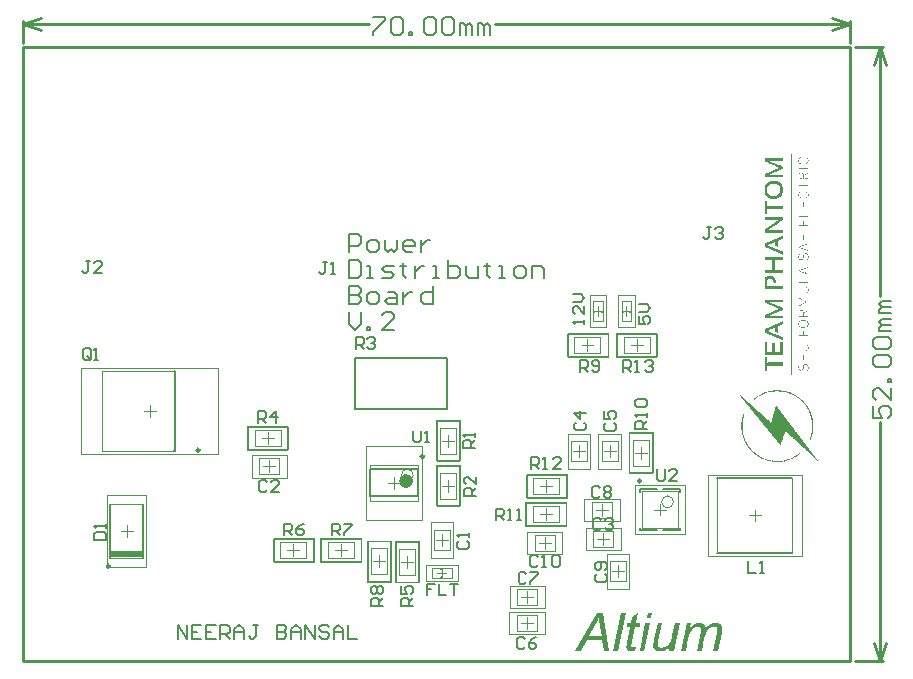
<source format=gto>
G04*
G04 #@! TF.GenerationSoftware,Altium Limited,Altium Designer,18.1.11 (251)*
G04*
G04 Layer_Color=65535*
%FSLAX25Y25*%
%MOIN*%
G70*
G01*
G75*
%ADD10C,0.00984*%
%ADD11C,0.02362*%
%ADD12C,0.00787*%
%ADD13C,0.00394*%
%ADD14C,0.01000*%
%ADD15C,0.00591*%
%ADD16C,0.00600*%
%ADD17R,0.10984X0.02436*%
%ADD18C,0.00197*%
G36*
X261008Y167840D02*
X261222D01*
Y167734D01*
X261435D01*
Y167520D01*
X261542D01*
Y167414D01*
X261648D01*
Y167147D01*
X261702D01*
Y167041D01*
X261755D01*
Y166614D01*
X261702D01*
Y166561D01*
X261648D01*
Y166241D01*
X261542D01*
Y166134D01*
X261435D01*
Y166027D01*
X261328D01*
Y165921D01*
X261222D01*
Y165814D01*
X261008D01*
Y165707D01*
X259089D01*
Y165814D01*
X258875D01*
Y165921D01*
X258662D01*
Y166134D01*
X258556D01*
Y166241D01*
X258449D01*
Y166561D01*
X258396D01*
Y166614D01*
X258342D01*
Y167200D01*
X258449D01*
Y167414D01*
X258556D01*
Y167627D01*
X258662D01*
Y167734D01*
X258769D01*
Y167840D01*
X258982D01*
Y167947D01*
X259195D01*
Y167734D01*
X258982D01*
Y167627D01*
X258929D01*
Y167574D01*
X258875D01*
Y167520D01*
X258822D01*
Y167467D01*
X258769D01*
Y167414D01*
X258716D01*
Y167360D01*
X258662D01*
Y167307D01*
X258609D01*
Y167254D01*
X258556D01*
Y167200D01*
X258502D01*
Y166507D01*
X258556D01*
Y166401D01*
X258609D01*
Y166347D01*
X258662D01*
Y166294D01*
X258716D01*
Y166241D01*
X258769D01*
Y166187D01*
X258822D01*
Y166134D01*
X258875D01*
Y166027D01*
X259089D01*
Y165921D01*
X261008D01*
Y166027D01*
X261222D01*
Y166134D01*
X261275D01*
Y166187D01*
X261328D01*
Y166241D01*
X261382D01*
Y166294D01*
X261488D01*
Y166507D01*
X261542D01*
Y166561D01*
X261595D01*
Y167200D01*
X261542D01*
Y167254D01*
X261488D01*
Y167360D01*
X261382D01*
Y167414D01*
X261328D01*
Y167467D01*
X261275D01*
Y167520D01*
X261222D01*
Y167574D01*
X261168D01*
Y167627D01*
X261115D01*
Y167734D01*
X260902D01*
Y167947D01*
X261008D01*
Y167840D01*
D02*
G37*
G36*
X261648Y164108D02*
X261595D01*
Y164161D01*
X258502D01*
Y164108D01*
X258449D01*
Y164374D01*
X258556D01*
Y164321D01*
X261542D01*
Y164374D01*
X261648D01*
Y164108D01*
D02*
G37*
G36*
X253117Y166720D02*
X249064D01*
Y166507D01*
X249117D01*
Y166454D01*
X249224D01*
Y166507D01*
X249277D01*
Y166454D01*
X249331D01*
Y166347D01*
X249544D01*
Y166401D01*
X249651D01*
Y166241D01*
X249864D01*
Y166134D01*
X250184D01*
Y166081D01*
X250237D01*
Y166027D01*
X250450D01*
Y165921D01*
X250770D01*
Y165814D01*
X250984D01*
Y165707D01*
X251357D01*
Y165601D01*
X251570D01*
Y165494D01*
X251624D01*
Y165441D01*
X251784D01*
Y165494D01*
X251890D01*
Y165334D01*
X252157D01*
Y165387D01*
X252210D01*
Y165281D01*
X252263D01*
Y165227D01*
X252370D01*
Y165281D01*
X252424D01*
Y165227D01*
X252477D01*
Y165121D01*
X252797D01*
Y165014D01*
X253010D01*
Y164961D01*
X253063D01*
Y164908D01*
X253117D01*
Y164001D01*
X253010D01*
Y164054D01*
X252903D01*
Y163894D01*
X252797D01*
Y163948D01*
X252637D01*
Y163894D01*
X252583D01*
Y163788D01*
X252370D01*
Y163734D01*
X252317D01*
Y163681D01*
X251997D01*
Y163575D01*
X251784D01*
Y163468D01*
X251464D01*
Y163361D01*
X251197D01*
Y163255D01*
X250877D01*
Y163148D01*
X250664D01*
Y162988D01*
X250557D01*
Y163041D01*
X250344D01*
Y162935D01*
X250290D01*
Y162881D01*
X250237D01*
Y162935D01*
X250131D01*
Y162881D01*
X250077D01*
Y162775D01*
X249757D01*
Y162668D01*
X249544D01*
Y162561D01*
X249224D01*
Y162508D01*
X249171D01*
Y162455D01*
X248957D01*
Y162241D01*
X249011D01*
Y162188D01*
X253010D01*
Y162241D01*
X253117D01*
Y161335D01*
X247198D01*
Y162455D01*
X247411D01*
Y162561D01*
X247624D01*
Y162668D01*
X247891D01*
Y162775D01*
X248211D01*
Y162881D01*
X248424D01*
Y162988D01*
X248638D01*
Y163095D01*
X248691D01*
Y163148D01*
X248744D01*
Y163095D01*
X249011D01*
Y163255D01*
X249117D01*
Y163201D01*
X249224D01*
Y163361D01*
X249437D01*
Y163468D01*
X249651D01*
Y163575D01*
X250024D01*
Y163681D01*
X250237D01*
Y163788D01*
X250450D01*
Y163894D01*
X250664D01*
Y164001D01*
X250930D01*
Y164108D01*
X251250D01*
Y164268D01*
X251304D01*
Y164214D01*
X251464D01*
Y164374D01*
X251570D01*
Y164321D01*
X251677D01*
Y164694D01*
X251464D01*
Y164801D01*
X251250D01*
Y164908D01*
X251037D01*
Y165014D01*
X250984D01*
Y165068D01*
X250770D01*
Y165014D01*
X250664D01*
Y165174D01*
X250557D01*
Y165121D01*
X250504D01*
Y165174D01*
X250450D01*
Y165281D01*
X250237D01*
Y165387D01*
X249917D01*
Y165494D01*
X249651D01*
Y165601D01*
X249437D01*
Y165707D01*
X249224D01*
Y165814D01*
X248904D01*
Y165921D01*
X248638D01*
Y166027D01*
X248424D01*
Y166187D01*
X248318D01*
Y166134D01*
X248211D01*
Y166294D01*
X247944D01*
Y166241D01*
X247891D01*
Y166401D01*
X247624D01*
Y166507D01*
X247411D01*
Y166614D01*
X247198D01*
Y167734D01*
X253117D01*
Y166720D01*
D02*
G37*
G36*
X261648Y162668D02*
X261542D01*
Y162561D01*
X261328D01*
Y162455D01*
X261115D01*
Y162348D01*
X260902D01*
Y162241D01*
X260635D01*
Y162135D01*
X260422D01*
Y161975D01*
X260368D01*
Y162028D01*
X260209D01*
Y161868D01*
X260102D01*
Y161015D01*
X260209D01*
Y160855D01*
X260475D01*
Y161015D01*
X260528D01*
Y160962D01*
X261595D01*
Y161015D01*
X261648D01*
Y160642D01*
X258449D01*
Y162455D01*
X258556D01*
Y162668D01*
X258609D01*
Y162721D01*
X258662D01*
Y162775D01*
X258875D01*
Y162881D01*
X259622D01*
Y162775D01*
X259889D01*
Y162668D01*
X259995D01*
Y162455D01*
X260102D01*
Y162188D01*
X260422D01*
Y162241D01*
X260475D01*
Y162348D01*
X260688D01*
Y162455D01*
X260902D01*
Y162561D01*
X261115D01*
Y162668D01*
X261328D01*
Y162721D01*
X261382D01*
Y162775D01*
X261542D01*
Y162828D01*
X261595D01*
Y162935D01*
X261648D01*
Y162668D01*
D02*
G37*
G36*
X250984Y159949D02*
X251357D01*
Y160002D01*
X251410D01*
Y159949D01*
X251464D01*
Y159842D01*
X251784D01*
Y159735D01*
X251997D01*
Y159682D01*
X252050D01*
Y159629D01*
X252103D01*
Y159522D01*
X252370D01*
Y159415D01*
X252477D01*
Y159309D01*
X252583D01*
Y159202D01*
X252690D01*
Y158989D01*
X252797D01*
Y158882D01*
X252903D01*
Y158562D01*
X252957D01*
Y158509D01*
X253010D01*
Y158189D01*
X253117D01*
Y157656D01*
X253223D01*
Y156696D01*
X253117D01*
Y156056D01*
X253063D01*
Y156003D01*
X253010D01*
Y155683D01*
X252903D01*
Y155470D01*
X252797D01*
Y155256D01*
X252690D01*
Y155149D01*
X252583D01*
Y155043D01*
X252477D01*
Y154936D01*
X252370D01*
Y154830D01*
X252317D01*
Y154776D01*
X252210D01*
Y154670D01*
X252103D01*
Y154616D01*
X251890D01*
Y154456D01*
X251837D01*
Y154510D01*
X251677D01*
Y154350D01*
X251570D01*
Y154403D01*
X251357D01*
Y154243D01*
X250984D01*
Y154136D01*
X249224D01*
Y154243D01*
X248797D01*
Y154350D01*
X248744D01*
Y154403D01*
X248638D01*
Y154350D01*
X248531D01*
Y154510D01*
X248318D01*
Y154563D01*
X248211D01*
Y154723D01*
X247998D01*
Y154776D01*
X247944D01*
Y154830D01*
X247891D01*
Y154883D01*
X247838D01*
Y154936D01*
X247784D01*
Y154990D01*
X247731D01*
Y155043D01*
X247624D01*
Y155256D01*
X247518D01*
Y155363D01*
X247411D01*
Y155683D01*
X247358D01*
Y155736D01*
X247305D01*
Y155896D01*
X247251D01*
Y155949D01*
X247198D01*
Y156589D01*
X247091D01*
Y157656D01*
X247198D01*
Y158296D01*
X247305D01*
Y158509D01*
X247358D01*
Y158562D01*
X247411D01*
Y158829D01*
X247464D01*
Y158882D01*
X247518D01*
Y158989D01*
X247624D01*
Y159202D01*
X247731D01*
Y159255D01*
X247784D01*
Y159309D01*
X247838D01*
Y159362D01*
X247891D01*
Y159415D01*
X247944D01*
Y159469D01*
X247998D01*
Y159522D01*
X248211D01*
Y159629D01*
X248264D01*
Y159682D01*
X248318D01*
Y159735D01*
X248531D01*
Y159842D01*
X248904D01*
Y160002D01*
X248957D01*
Y159949D01*
X249331D01*
Y160108D01*
X249437D01*
Y160055D01*
X250877D01*
Y160108D01*
X250984D01*
Y159949D01*
D02*
G37*
G36*
X258502Y158722D02*
X258556D01*
Y158616D01*
X261648D01*
Y158402D01*
X258556D01*
Y158296D01*
X258502D01*
Y157389D01*
X258449D01*
Y159682D01*
X258502D01*
Y158722D01*
D02*
G37*
G36*
X260955Y156589D02*
X261008D01*
Y156483D01*
X261222D01*
Y156429D01*
X261275D01*
Y156376D01*
X261328D01*
Y156323D01*
X261382D01*
Y156269D01*
X261435D01*
Y156216D01*
X261488D01*
Y156163D01*
X261542D01*
Y156109D01*
X261595D01*
Y156056D01*
X261648D01*
Y155789D01*
X261702D01*
Y155736D01*
X261755D01*
Y155256D01*
X261702D01*
Y155203D01*
X261648D01*
Y154936D01*
X261595D01*
Y154883D01*
X261542D01*
Y154830D01*
X261488D01*
Y154776D01*
X261435D01*
Y154670D01*
X261328D01*
Y154563D01*
X261222D01*
Y154456D01*
X261168D01*
Y154510D01*
X261008D01*
Y154350D01*
X260902D01*
Y154403D01*
X259195D01*
Y154350D01*
X259142D01*
Y154403D01*
X259089D01*
Y154510D01*
X258982D01*
Y154456D01*
X258929D01*
Y154510D01*
X258875D01*
Y154616D01*
X258662D01*
Y154670D01*
X258556D01*
Y154883D01*
X258502D01*
Y154936D01*
X258449D01*
Y155096D01*
X258396D01*
Y155149D01*
X258342D01*
Y155843D01*
X258396D01*
Y155896D01*
X258449D01*
Y156056D01*
X258556D01*
Y156269D01*
X258609D01*
Y156323D01*
X258662D01*
Y156376D01*
X258875D01*
Y156483D01*
X258929D01*
Y156536D01*
X258982D01*
Y156589D01*
X259195D01*
Y156376D01*
X258982D01*
Y156269D01*
X258875D01*
Y156163D01*
X258769D01*
Y156056D01*
X258662D01*
Y155949D01*
X258556D01*
Y155896D01*
X258502D01*
Y155096D01*
X258556D01*
Y155043D01*
X258609D01*
Y154990D01*
X258662D01*
Y154936D01*
X258769D01*
Y154830D01*
X258875D01*
Y154670D01*
X258982D01*
Y154723D01*
X259089D01*
Y154563D01*
X261008D01*
Y154723D01*
X261115D01*
Y154670D01*
X261222D01*
Y154830D01*
X261328D01*
Y154883D01*
X261382D01*
Y154936D01*
X261435D01*
Y154990D01*
X261488D01*
Y155149D01*
X261542D01*
Y155203D01*
X261595D01*
Y155789D01*
X261488D01*
Y156003D01*
X261435D01*
Y156056D01*
X261382D01*
Y156109D01*
X261328D01*
Y156163D01*
X261222D01*
Y156269D01*
X261008D01*
Y156376D01*
X260902D01*
Y156643D01*
X260955D01*
Y156589D01*
D02*
G37*
G36*
X247944Y151790D02*
X253117D01*
Y150777D01*
X248051D01*
Y150671D01*
X247998D01*
Y150617D01*
X247944D01*
Y148964D01*
X247838D01*
Y149018D01*
X247305D01*
Y148964D01*
X247198D01*
Y153603D01*
X247305D01*
Y153550D01*
X247891D01*
Y153603D01*
X247944D01*
Y151790D01*
D02*
G37*
G36*
X261648Y151310D02*
X261595D01*
Y151364D01*
X258502D01*
Y151310D01*
X258449D01*
Y153283D01*
X258502D01*
Y151684D01*
X258556D01*
Y151524D01*
X259835D01*
Y151577D01*
X259889D01*
Y153017D01*
X260102D01*
Y151577D01*
X260155D01*
Y151524D01*
X261542D01*
Y151630D01*
X261595D01*
Y153390D01*
X261648D01*
Y151310D01*
D02*
G37*
G36*
Y148218D02*
X258449D01*
Y148431D01*
X261488D01*
Y148538D01*
X261542D01*
Y148591D01*
X261595D01*
Y150244D01*
X261648D01*
Y148218D01*
D02*
G37*
G36*
X253117Y147045D02*
X253010D01*
Y146938D01*
X252957D01*
Y146991D01*
X252797D01*
Y146831D01*
X252690D01*
Y146725D01*
X252477D01*
Y146618D01*
X252370D01*
Y146511D01*
X252263D01*
Y146458D01*
X252210D01*
Y146405D01*
X251997D01*
Y146298D01*
X251944D01*
Y146245D01*
X251890D01*
Y146191D01*
X251677D01*
Y146085D01*
X251624D01*
Y146031D01*
X251570D01*
Y145978D01*
X251517D01*
Y145925D01*
X251464D01*
Y145871D01*
X251410D01*
Y145818D01*
X251357D01*
Y145871D01*
X251250D01*
Y145818D01*
X251197D01*
Y145711D01*
X251090D01*
Y145605D01*
X250877D01*
Y145498D01*
X250770D01*
Y145391D01*
X250664D01*
Y145285D01*
X250450D01*
Y145178D01*
X250397D01*
Y145125D01*
X250344D01*
Y145072D01*
X250077D01*
Y144912D01*
X249971D01*
Y144805D01*
X249864D01*
Y144698D01*
X249757D01*
Y144752D01*
X249651D01*
Y144592D01*
X249544D01*
Y144485D01*
X249331D01*
Y144378D01*
X249224D01*
Y144272D01*
X248957D01*
Y144165D01*
X248904D01*
Y144112D01*
X248851D01*
Y144058D01*
X248797D01*
Y144005D01*
X248744D01*
Y143685D01*
X253117D01*
Y142832D01*
X247198D01*
Y143952D01*
X247305D01*
Y143898D01*
X247411D01*
Y144058D01*
X247518D01*
Y144165D01*
X247624D01*
Y144272D01*
X247891D01*
Y144378D01*
X247944D01*
Y144432D01*
X247998D01*
Y144485D01*
X248211D01*
Y144592D01*
X248264D01*
Y144645D01*
X248318D01*
Y144698D01*
X248371D01*
Y144752D01*
X248424D01*
Y144805D01*
X248638D01*
Y144912D01*
X248691D01*
Y144965D01*
X248744D01*
Y145018D01*
X248797D01*
Y145072D01*
X248904D01*
Y145178D01*
X249011D01*
Y145125D01*
X249064D01*
Y145178D01*
X249117D01*
Y145285D01*
X249224D01*
Y145391D01*
X249437D01*
Y145498D01*
X249544D01*
Y145605D01*
X249597D01*
Y145658D01*
X249651D01*
Y145711D01*
X249917D01*
Y145871D01*
X250024D01*
Y145925D01*
X250237D01*
Y146085D01*
X250344D01*
Y146191D01*
X250450D01*
Y146298D01*
X250664D01*
Y146405D01*
X250770D01*
Y146511D01*
X250877D01*
Y146565D01*
X250930D01*
Y146618D01*
X251144D01*
Y146725D01*
X251197D01*
Y146778D01*
X251250D01*
Y146831D01*
X251464D01*
Y147204D01*
X247198D01*
Y148218D01*
X247305D01*
Y148164D01*
X253063D01*
Y148218D01*
X253117D01*
Y147045D01*
D02*
G37*
G36*
X261648Y145072D02*
X258449D01*
Y147098D01*
X258502D01*
Y145391D01*
X258556D01*
Y145285D01*
X259889D01*
Y146725D01*
X259942D01*
Y146778D01*
X260049D01*
Y146725D01*
X260102D01*
Y145285D01*
X261542D01*
Y145338D01*
X261595D01*
Y147098D01*
X261648D01*
Y145072D01*
D02*
G37*
G36*
X253117Y140752D02*
X253010D01*
Y140699D01*
X252690D01*
Y140593D01*
X252637D01*
Y140539D01*
X252583D01*
Y140593D01*
X252477D01*
Y140486D01*
X252424D01*
Y140433D01*
X252370D01*
Y140486D01*
X252263D01*
Y140433D01*
X252210D01*
Y140326D01*
X251890D01*
Y140219D01*
X251677D01*
Y140113D01*
X251570D01*
Y140006D01*
X251464D01*
Y138086D01*
X251357D01*
Y138193D01*
X251144D01*
Y138300D01*
X251090D01*
Y138353D01*
X250877D01*
Y138300D01*
X250824D01*
Y138353D01*
X250770D01*
Y138406D01*
X250717D01*
Y138460D01*
X250664D01*
Y139686D01*
X250344D01*
Y139579D01*
X250290D01*
Y139526D01*
X250237D01*
Y139579D01*
X249971D01*
Y139419D01*
X249917D01*
Y139473D01*
X249757D01*
Y139313D01*
X249651D01*
Y139366D01*
X249597D01*
Y139313D01*
X249544D01*
Y139206D01*
X249224D01*
Y139153D01*
X249171D01*
Y139099D01*
X248957D01*
Y138993D01*
X248744D01*
Y138886D01*
X248424D01*
Y138779D01*
X248318D01*
Y138566D01*
X248371D01*
Y138513D01*
X248424D01*
Y138406D01*
X248744D01*
Y138300D01*
X248957D01*
Y138193D01*
X249171D01*
Y138140D01*
X249224D01*
Y138086D01*
X249544D01*
Y137980D01*
X249757D01*
Y137873D01*
X250077D01*
Y137766D01*
X250344D01*
Y137606D01*
X250557D01*
Y137660D01*
X250664D01*
Y137500D01*
X250770D01*
Y137553D01*
X250877D01*
Y137393D01*
X251144D01*
Y137446D01*
X251197D01*
Y137286D01*
X251464D01*
Y137180D01*
X251784D01*
Y137073D01*
X251997D01*
Y136967D01*
X252210D01*
Y136860D01*
X252583D01*
Y136753D01*
X252903D01*
Y136647D01*
X253117D01*
Y135580D01*
X253063D01*
Y135634D01*
X252957D01*
Y135687D01*
X252903D01*
Y135740D01*
X252690D01*
Y135847D01*
X252370D01*
Y135953D01*
X252157D01*
Y136060D01*
X251784D01*
Y136220D01*
X251677D01*
Y136167D01*
X251570D01*
Y136327D01*
X251410D01*
Y136273D01*
X251357D01*
Y136433D01*
X251037D01*
Y136540D01*
X250770D01*
Y136647D01*
X250557D01*
Y136753D01*
X250237D01*
Y136860D01*
X250024D01*
Y136967D01*
X249811D01*
Y137073D01*
X249437D01*
Y137180D01*
X249384D01*
Y137233D01*
X249331D01*
Y137180D01*
X249224D01*
Y137340D01*
X249064D01*
Y137286D01*
X249011D01*
Y137446D01*
X248744D01*
Y137393D01*
X248691D01*
Y137446D01*
X248638D01*
Y137553D01*
X248424D01*
Y137660D01*
X248211D01*
Y137766D01*
X247891D01*
Y137873D01*
X247624D01*
Y137980D01*
X247305D01*
Y138086D01*
X247198D01*
Y139313D01*
X247518D01*
Y139419D01*
X247784D01*
Y139526D01*
X247998D01*
Y139686D01*
X248051D01*
Y139633D01*
X248318D01*
Y139793D01*
X248424D01*
Y139739D01*
X248531D01*
Y139899D01*
X248797D01*
Y140006D01*
X249117D01*
Y140113D01*
X249331D01*
Y140219D01*
X249544D01*
Y140326D01*
X249757D01*
Y140379D01*
X249811D01*
Y140433D01*
X250131D01*
Y140539D01*
X250344D01*
Y140699D01*
X250397D01*
Y140646D01*
X250557D01*
Y140806D01*
X250664D01*
Y140752D01*
X250877D01*
Y140806D01*
X250930D01*
Y140912D01*
X251144D01*
Y141019D01*
X251357D01*
Y141126D01*
X251677D01*
Y141232D01*
X251944D01*
Y141339D01*
X252157D01*
Y141446D01*
X252370D01*
Y141552D01*
X252690D01*
Y141659D01*
X252903D01*
Y141712D01*
X252957D01*
Y141819D01*
X253117D01*
Y140752D01*
D02*
G37*
G36*
X261648Y140326D02*
X258449D01*
Y142352D01*
X258502D01*
Y140806D01*
X258556D01*
Y140699D01*
X258609D01*
Y140593D01*
X258662D01*
Y140539D01*
X259889D01*
Y142139D01*
X260102D01*
Y140699D01*
X260209D01*
Y140539D01*
X261488D01*
Y140699D01*
X261542D01*
Y140752D01*
X261595D01*
Y142352D01*
X261648D01*
Y140326D01*
D02*
G37*
G36*
Y139099D02*
X261435D01*
Y138993D01*
X261115D01*
Y138886D01*
X261062D01*
Y138833D01*
X261008D01*
Y138779D01*
X260955D01*
Y138726D01*
X260902D01*
Y137180D01*
X261115D01*
Y137073D01*
X261328D01*
Y136967D01*
X261648D01*
Y136753D01*
X261488D01*
Y136860D01*
X261115D01*
Y136967D01*
X260795D01*
Y137073D01*
X260582D01*
Y137180D01*
X260528D01*
Y137233D01*
X260368D01*
Y137180D01*
X260262D01*
Y137233D01*
X260209D01*
Y137340D01*
X259995D01*
Y137286D01*
X259889D01*
Y137446D01*
X259622D01*
Y137393D01*
X259569D01*
Y137553D01*
X259355D01*
Y137660D01*
X258982D01*
Y137766D01*
X258662D01*
Y137873D01*
X258449D01*
Y138193D01*
X258769D01*
Y138300D01*
X259089D01*
Y138406D01*
X259355D01*
Y138566D01*
X259409D01*
Y138513D01*
X259675D01*
Y138673D01*
X259782D01*
Y138620D01*
X259995D01*
Y138779D01*
X260368D01*
Y138886D01*
X260582D01*
Y138993D01*
X260902D01*
Y139099D01*
X261222D01*
Y139206D01*
X261542D01*
Y139259D01*
X261595D01*
Y139366D01*
X261648D01*
Y139099D01*
D02*
G37*
G36*
X261115Y135847D02*
X261328D01*
Y135740D01*
X261435D01*
Y135634D01*
X261542D01*
Y135474D01*
X261595D01*
Y135420D01*
X261648D01*
Y135154D01*
X261702D01*
Y135100D01*
X261755D01*
Y134460D01*
X261702D01*
Y134407D01*
X261648D01*
Y134140D01*
X261542D01*
Y133927D01*
X261435D01*
Y133820D01*
X261222D01*
Y133927D01*
X261275D01*
Y133981D01*
X261328D01*
Y134034D01*
X261382D01*
Y134087D01*
X261435D01*
Y134140D01*
X261488D01*
Y134300D01*
X261542D01*
Y134354D01*
X261595D01*
Y135207D01*
X261542D01*
Y135260D01*
X261488D01*
Y135420D01*
X261435D01*
Y135474D01*
X261382D01*
Y135580D01*
X261328D01*
Y135634D01*
X261115D01*
Y135740D01*
X260528D01*
Y135634D01*
X260315D01*
Y135527D01*
X260262D01*
Y135474D01*
X260209D01*
Y135047D01*
X260102D01*
Y134514D01*
X260049D01*
Y134460D01*
X259995D01*
Y134140D01*
X259889D01*
Y134034D01*
X259782D01*
Y133927D01*
X259675D01*
Y133874D01*
X259622D01*
Y133820D01*
X258875D01*
Y133927D01*
X258662D01*
Y134034D01*
X258556D01*
Y134247D01*
X258449D01*
Y134460D01*
X258396D01*
Y134514D01*
X258342D01*
Y135207D01*
X258396D01*
Y135260D01*
X258449D01*
Y135527D01*
X258556D01*
Y135634D01*
X258769D01*
Y135527D01*
X258716D01*
Y135474D01*
X258662D01*
Y135420D01*
X258609D01*
Y135367D01*
X258556D01*
Y135314D01*
X258502D01*
Y134460D01*
X258556D01*
Y134407D01*
X258609D01*
Y134247D01*
X258662D01*
Y134140D01*
X258875D01*
Y134034D01*
X259675D01*
Y134194D01*
X259782D01*
Y134407D01*
X259889D01*
Y134940D01*
X259942D01*
Y134994D01*
X259995D01*
Y135420D01*
X260102D01*
Y135634D01*
X260209D01*
Y135740D01*
X260315D01*
Y135793D01*
X260368D01*
Y135847D01*
X260582D01*
Y135953D01*
X261115D01*
Y135847D01*
D02*
G37*
G36*
X261648Y131261D02*
X261435D01*
Y131154D01*
X261115D01*
Y131048D01*
X261062D01*
Y130994D01*
X261008D01*
Y130888D01*
X260902D01*
Y129341D01*
X261115D01*
Y129235D01*
X261435D01*
Y129128D01*
X261488D01*
Y129075D01*
X261542D01*
Y129128D01*
X261648D01*
Y128861D01*
X261595D01*
Y128915D01*
X261488D01*
Y129022D01*
X261115D01*
Y129128D01*
X260902D01*
Y129235D01*
X260582D01*
Y129341D01*
X260209D01*
Y129448D01*
X259889D01*
Y129555D01*
X259675D01*
Y129661D01*
X259355D01*
Y129768D01*
X259302D01*
Y129821D01*
X259089D01*
Y129768D01*
X258982D01*
Y129928D01*
X258822D01*
Y129875D01*
X258769D01*
Y130035D01*
X258449D01*
Y130354D01*
X258662D01*
Y130461D01*
X258982D01*
Y130568D01*
X259355D01*
Y130675D01*
X259675D01*
Y130781D01*
X259995D01*
Y130888D01*
X260209D01*
Y130994D01*
X260262D01*
Y131048D01*
X260315D01*
Y130994D01*
X260582D01*
Y131154D01*
X260688D01*
Y131101D01*
X260902D01*
Y131261D01*
X261008D01*
Y131208D01*
X261115D01*
Y131368D01*
X261488D01*
Y131474D01*
X261648D01*
Y131261D01*
D02*
G37*
G36*
X253117Y133607D02*
X250557D01*
Y130461D01*
X253117D01*
Y129448D01*
X247198D01*
Y130461D01*
X249651D01*
Y133607D01*
X247198D01*
Y134620D01*
X253117D01*
Y133607D01*
D02*
G37*
G36*
X261648Y126195D02*
X258449D01*
Y126409D01*
X261542D01*
Y126462D01*
X261595D01*
Y128222D01*
X261648D01*
Y126195D01*
D02*
G37*
G36*
X249171Y128488D02*
X249224D01*
Y128435D01*
X249544D01*
Y128328D01*
X249757D01*
Y128222D01*
X249971D01*
Y128115D01*
X250077D01*
Y128008D01*
X250184D01*
Y127955D01*
X250237D01*
Y127902D01*
X250290D01*
Y127848D01*
X250344D01*
Y127795D01*
X250397D01*
Y127742D01*
X250450D01*
Y127582D01*
X250504D01*
Y127528D01*
X250557D01*
Y127315D01*
X250664D01*
Y127102D01*
X250770D01*
Y126782D01*
X250877D01*
Y126355D01*
X250930D01*
Y126302D01*
X250984D01*
Y126089D01*
X250664D01*
Y125982D01*
X250131D01*
Y126302D01*
X250024D01*
Y126622D01*
X249917D01*
Y126835D01*
X249811D01*
Y126889D01*
X249757D01*
Y126942D01*
X249704D01*
Y126995D01*
X249651D01*
Y127208D01*
X249544D01*
Y127315D01*
X249331D01*
Y127422D01*
X248318D01*
Y127315D01*
X248211D01*
Y127208D01*
X248104D01*
Y127155D01*
X248051D01*
Y126835D01*
X247944D01*
Y125076D01*
X253117D01*
Y124063D01*
X247198D01*
Y127422D01*
X247251D01*
Y127475D01*
X247305D01*
Y127795D01*
X247411D01*
Y128008D01*
X247518D01*
Y128115D01*
X247624D01*
Y128222D01*
X247891D01*
Y128328D01*
X248104D01*
Y128435D01*
X248424D01*
Y128542D01*
X249171D01*
Y128488D01*
D02*
G37*
G36*
X260902Y124702D02*
X261115D01*
Y124756D01*
X261222D01*
Y124649D01*
X261328D01*
Y124542D01*
X261435D01*
Y124436D01*
X261542D01*
Y124329D01*
X261595D01*
Y124276D01*
X261648D01*
Y124009D01*
X261702D01*
Y123956D01*
X261755D01*
Y123476D01*
X261702D01*
Y123369D01*
X261648D01*
Y123156D01*
X261542D01*
Y122943D01*
X261488D01*
Y122889D01*
X261435D01*
Y122836D01*
X261382D01*
Y122783D01*
X261328D01*
Y122729D01*
X261115D01*
Y122623D01*
X258449D01*
Y122836D01*
X261115D01*
Y122943D01*
X261222D01*
Y123049D01*
X261328D01*
Y123156D01*
X261435D01*
Y123209D01*
X261488D01*
Y123316D01*
X261542D01*
Y123369D01*
X261595D01*
Y124009D01*
X261542D01*
Y124063D01*
X261488D01*
Y124223D01*
X261435D01*
Y124276D01*
X261382D01*
Y124329D01*
X261328D01*
Y124382D01*
X261275D01*
Y124436D01*
X261222D01*
Y124542D01*
X261115D01*
Y124489D01*
X261062D01*
Y124542D01*
X261008D01*
Y124649D01*
X258502D01*
Y124596D01*
X258449D01*
Y124862D01*
X258556D01*
Y124809D01*
X260742D01*
Y124862D01*
X260902D01*
Y124702D01*
D02*
G37*
G36*
X261648Y121023D02*
X259195D01*
Y120703D01*
X259515D01*
Y120597D01*
X259782D01*
Y120437D01*
X259889D01*
Y120490D01*
X259995D01*
Y120330D01*
X260155D01*
Y120383D01*
X260209D01*
Y120223D01*
X260528D01*
Y120117D01*
X260742D01*
Y120063D01*
X260795D01*
Y120010D01*
X261008D01*
Y119903D01*
X261115D01*
Y119690D01*
X261008D01*
Y119583D01*
X260795D01*
Y119530D01*
X260742D01*
Y119477D01*
X260528D01*
Y119370D01*
X260315D01*
Y119264D01*
X260102D01*
Y119104D01*
X259995D01*
Y119157D01*
X259782D01*
Y119050D01*
X259729D01*
Y118997D01*
X259622D01*
Y119050D01*
X259569D01*
Y118997D01*
X259515D01*
Y118890D01*
X259302D01*
Y118783D01*
X259195D01*
Y118570D01*
X261648D01*
Y118357D01*
X258449D01*
Y118677D01*
X258662D01*
Y118783D01*
X258875D01*
Y118890D01*
X259195D01*
Y118997D01*
X259462D01*
Y119104D01*
X259675D01*
Y119210D01*
X259889D01*
Y119370D01*
X259995D01*
Y119317D01*
X260102D01*
Y119477D01*
X260262D01*
Y119423D01*
X260315D01*
Y119477D01*
X260368D01*
Y119583D01*
X260688D01*
Y119690D01*
X260795D01*
Y119903D01*
X260582D01*
Y120010D01*
X260368D01*
Y120117D01*
X260315D01*
Y120170D01*
X260209D01*
Y120117D01*
X260102D01*
Y120277D01*
X259995D01*
Y120223D01*
X259942D01*
Y120277D01*
X259889D01*
Y120383D01*
X259569D01*
Y120490D01*
X259355D01*
Y120597D01*
X259089D01*
Y120703D01*
X258875D01*
Y120810D01*
X258556D01*
Y120916D01*
X258449D01*
Y121236D01*
X261648D01*
Y121023D01*
D02*
G37*
G36*
X253117Y119690D02*
X249064D01*
Y119477D01*
X249117D01*
Y119423D01*
X249224D01*
Y119477D01*
X249277D01*
Y119423D01*
X249331D01*
Y119317D01*
X249437D01*
Y119370D01*
X249544D01*
Y119210D01*
X249811D01*
Y119264D01*
X249864D01*
Y119104D01*
X250184D01*
Y119050D01*
X250237D01*
Y118997D01*
X250450D01*
Y118890D01*
X250770D01*
Y118783D01*
X250984D01*
Y118677D01*
X251357D01*
Y118570D01*
X251570D01*
Y118464D01*
X251890D01*
Y118304D01*
X252157D01*
Y118357D01*
X252210D01*
Y118250D01*
X252263D01*
Y118197D01*
X252370D01*
Y118250D01*
X252424D01*
Y118197D01*
X252477D01*
Y118090D01*
X252797D01*
Y117984D01*
X253010D01*
Y117930D01*
X253063D01*
Y117877D01*
X253117D01*
Y116971D01*
X253063D01*
Y117024D01*
X252903D01*
Y116864D01*
X252797D01*
Y116917D01*
X252583D01*
Y116757D01*
X252370D01*
Y116704D01*
X252317D01*
Y116651D01*
X251997D01*
Y116544D01*
X251784D01*
Y116437D01*
X251464D01*
Y116331D01*
X251197D01*
Y116224D01*
X250877D01*
Y116117D01*
X250664D01*
Y115957D01*
X250557D01*
Y116011D01*
X250344D01*
Y115904D01*
X250290D01*
Y115851D01*
X250237D01*
Y115904D01*
X250131D01*
Y115851D01*
X250077D01*
Y115744D01*
X249757D01*
Y115638D01*
X249544D01*
Y115531D01*
X249224D01*
Y115478D01*
X249171D01*
Y115424D01*
X249117D01*
Y115371D01*
X249064D01*
Y115211D01*
X249117D01*
Y115158D01*
X253010D01*
Y115211D01*
X253117D01*
Y114304D01*
X247198D01*
Y115424D01*
X247411D01*
Y115531D01*
X247624D01*
Y115638D01*
X247998D01*
Y115744D01*
X248211D01*
Y115851D01*
X248424D01*
Y115957D01*
X248638D01*
Y116064D01*
X248691D01*
Y116117D01*
X248744D01*
Y116064D01*
X249011D01*
Y116224D01*
X249117D01*
Y116171D01*
X249224D01*
Y116331D01*
X249437D01*
Y116437D01*
X249651D01*
Y116544D01*
X250024D01*
Y116651D01*
X250237D01*
Y116757D01*
X250450D01*
Y116864D01*
X250664D01*
Y116971D01*
X251037D01*
Y117077D01*
X251250D01*
Y117237D01*
X251357D01*
Y117184D01*
X251464D01*
Y117344D01*
X251570D01*
Y117290D01*
X251677D01*
Y117664D01*
X251464D01*
Y117770D01*
X251250D01*
Y117877D01*
X250930D01*
Y117984D01*
X250877D01*
Y118037D01*
X250770D01*
Y117984D01*
X250717D01*
Y118037D01*
X250664D01*
Y118144D01*
X250557D01*
Y118090D01*
X250504D01*
Y118144D01*
X250450D01*
Y118250D01*
X250237D01*
Y118357D01*
X249917D01*
Y118464D01*
X249651D01*
Y118570D01*
X249437D01*
Y118677D01*
X249224D01*
Y118783D01*
X248904D01*
Y118890D01*
X248638D01*
Y119050D01*
X248584D01*
Y118997D01*
X248424D01*
Y119157D01*
X248158D01*
Y119104D01*
X248104D01*
Y119264D01*
X247944D01*
Y119210D01*
X247891D01*
Y119370D01*
X247624D01*
Y119477D01*
X247411D01*
Y119583D01*
X247198D01*
Y120597D01*
X253117D01*
Y119690D01*
D02*
G37*
G36*
X259515Y116971D02*
X259782D01*
Y116917D01*
X259835D01*
Y116864D01*
X259889D01*
Y116811D01*
X259942D01*
Y116757D01*
X259995D01*
Y116544D01*
X260102D01*
Y116437D01*
X260582D01*
Y116544D01*
X260795D01*
Y116651D01*
X261008D01*
Y116757D01*
X261222D01*
Y116864D01*
X261488D01*
Y116971D01*
X261595D01*
Y117024D01*
X261648D01*
Y116757D01*
X261435D01*
Y116651D01*
X261222D01*
Y116544D01*
X261008D01*
Y116437D01*
X260795D01*
Y116384D01*
X260742D01*
Y116331D01*
X260528D01*
Y116224D01*
X260315D01*
Y116064D01*
X260209D01*
Y115957D01*
X260102D01*
Y115211D01*
X260209D01*
Y115051D01*
X261595D01*
Y115104D01*
X261648D01*
Y114838D01*
X261595D01*
Y114891D01*
X258502D01*
Y114838D01*
X258449D01*
Y116544D01*
X258502D01*
Y116597D01*
X258556D01*
Y116757D01*
X258609D01*
Y116811D01*
X258662D01*
Y116864D01*
X258716D01*
Y116917D01*
X258769D01*
Y116971D01*
X258982D01*
Y117077D01*
X259462D01*
Y117130D01*
X259515D01*
Y116971D01*
D02*
G37*
G36*
X253117Y112278D02*
X253063D01*
Y112225D01*
X253010D01*
Y112172D01*
X252690D01*
Y112065D01*
X252477D01*
Y111958D01*
X252210D01*
Y111852D01*
X251890D01*
Y111692D01*
X251837D01*
Y111745D01*
X251677D01*
Y111585D01*
X251570D01*
Y111478D01*
X251464D01*
Y109559D01*
X251357D01*
Y109665D01*
X251304D01*
Y109719D01*
X251144D01*
Y109825D01*
X250770D01*
Y109879D01*
X250717D01*
Y109932D01*
X250664D01*
Y111158D01*
X250344D01*
Y111052D01*
X249971D01*
Y110945D01*
X249757D01*
Y110838D01*
X249544D01*
Y110732D01*
X249224D01*
Y110679D01*
X249171D01*
Y110572D01*
X249117D01*
Y110625D01*
X248957D01*
Y110465D01*
X248851D01*
Y110519D01*
X248638D01*
Y110359D01*
X248424D01*
Y110252D01*
X248318D01*
Y110039D01*
X248424D01*
Y109932D01*
X248744D01*
Y109772D01*
X248851D01*
Y109825D01*
X248957D01*
Y109665D01*
X249117D01*
Y109719D01*
X249171D01*
Y109612D01*
X249224D01*
Y109559D01*
X249544D01*
Y109452D01*
X249757D01*
Y109345D01*
X250077D01*
Y109239D01*
X250344D01*
Y109132D01*
X250664D01*
Y109026D01*
X250877D01*
Y108919D01*
X251197D01*
Y108812D01*
X251250D01*
Y108759D01*
X251304D01*
Y108812D01*
X251464D01*
Y108652D01*
X251677D01*
Y108706D01*
X251784D01*
Y108546D01*
X251944D01*
Y108599D01*
X251997D01*
Y108439D01*
X252210D01*
Y108332D01*
X252583D01*
Y108226D01*
X252797D01*
Y108119D01*
X253117D01*
Y107106D01*
X252957D01*
Y107159D01*
X252903D01*
Y107213D01*
X252690D01*
Y107372D01*
X252477D01*
Y107319D01*
X252370D01*
Y107479D01*
X252210D01*
Y107426D01*
X252157D01*
Y107586D01*
X251784D01*
Y107693D01*
X251570D01*
Y107799D01*
X251357D01*
Y107906D01*
X251037D01*
Y108012D01*
X250770D01*
Y108119D01*
X250557D01*
Y108226D01*
X250237D01*
Y108386D01*
X250131D01*
Y108332D01*
X250024D01*
Y108492D01*
X249864D01*
Y108439D01*
X249811D01*
Y108546D01*
X249757D01*
Y108599D01*
X249437D01*
Y108706D01*
X249224D01*
Y108812D01*
X248904D01*
Y108919D01*
X248638D01*
Y109026D01*
X248424D01*
Y109132D01*
X248211D01*
Y109239D01*
X247891D01*
Y109345D01*
X247678D01*
Y109399D01*
X247624D01*
Y109505D01*
X247411D01*
Y109452D01*
X247305D01*
Y109559D01*
X247198D01*
Y110838D01*
X247305D01*
Y110785D01*
X247518D01*
Y110945D01*
X247678D01*
Y110892D01*
X247731D01*
Y110945D01*
X247784D01*
Y111052D01*
X247998D01*
Y111158D01*
X248318D01*
Y111265D01*
X248531D01*
Y111372D01*
X248797D01*
Y111478D01*
X249011D01*
Y111585D01*
X249331D01*
Y111692D01*
X249544D01*
Y111798D01*
X249597D01*
Y111852D01*
X249651D01*
Y111798D01*
X249757D01*
Y111852D01*
X249811D01*
Y111958D01*
X249864D01*
Y111905D01*
X250077D01*
Y111958D01*
X250131D01*
Y112065D01*
X250344D01*
Y112172D01*
X250557D01*
Y112278D01*
X250930D01*
Y112385D01*
X251144D01*
Y112492D01*
X251357D01*
Y112598D01*
X251677D01*
Y112705D01*
X251890D01*
Y112758D01*
X251944D01*
Y112865D01*
X251997D01*
Y112811D01*
X252157D01*
Y112971D01*
X252210D01*
Y112918D01*
X252370D01*
Y113078D01*
X252477D01*
Y113025D01*
X252690D01*
Y113185D01*
X252903D01*
Y113238D01*
X252957D01*
Y113291D01*
X253117D01*
Y112278D01*
D02*
G37*
G36*
X260902Y113505D02*
X261222D01*
Y113398D01*
X261328D01*
Y113291D01*
X261435D01*
Y113185D01*
X261542D01*
Y112971D01*
X261648D01*
Y112705D01*
X261702D01*
Y112651D01*
X261755D01*
Y112172D01*
X261702D01*
Y112118D01*
X261648D01*
Y111905D01*
X261542D01*
Y111692D01*
X261435D01*
Y111585D01*
X261328D01*
Y111478D01*
X261115D01*
Y111372D01*
X260795D01*
Y111318D01*
X260742D01*
Y111265D01*
X259355D01*
Y111372D01*
X258875D01*
Y111478D01*
X258769D01*
Y111585D01*
X258662D01*
Y111692D01*
X258556D01*
Y111798D01*
X258449D01*
Y112118D01*
X258396D01*
Y112172D01*
X258342D01*
Y112758D01*
X258449D01*
Y113078D01*
X258556D01*
Y113185D01*
X258662D01*
Y113291D01*
X258769D01*
Y113398D01*
X258875D01*
Y113505D01*
X259195D01*
Y113611D01*
X260902D01*
Y113505D01*
D02*
G37*
G36*
X258502Y108812D02*
X258556D01*
Y108652D01*
X259995D01*
Y110145D01*
X260209D01*
Y108652D01*
X261595D01*
Y108706D01*
X261648D01*
Y108439D01*
X261595D01*
Y108492D01*
X258502D01*
Y108439D01*
X258449D01*
Y110519D01*
X258502D01*
Y108812D01*
D02*
G37*
G36*
X261008Y105400D02*
X261115D01*
Y105453D01*
X261222D01*
Y105293D01*
X261435D01*
Y105133D01*
X261488D01*
Y105080D01*
X261542D01*
Y105026D01*
X261595D01*
Y104973D01*
X261648D01*
Y104706D01*
X261702D01*
Y104653D01*
X261755D01*
Y104173D01*
X261702D01*
Y104120D01*
X261648D01*
Y103853D01*
X261542D01*
Y103747D01*
X261488D01*
Y103693D01*
X261435D01*
Y103640D01*
X261382D01*
Y103587D01*
X261328D01*
Y103533D01*
X261275D01*
Y103480D01*
X261222D01*
Y103427D01*
X261008D01*
Y103320D01*
X258449D01*
Y103533D01*
X261008D01*
Y103640D01*
X261222D01*
Y103747D01*
X261328D01*
Y103853D01*
X261435D01*
Y103907D01*
X261488D01*
Y104120D01*
X261595D01*
Y104706D01*
X261542D01*
Y104760D01*
X261488D01*
Y104920D01*
X261435D01*
Y104973D01*
X261382D01*
Y105026D01*
X261328D01*
Y105080D01*
X261222D01*
Y105186D01*
X261115D01*
Y105346D01*
X258502D01*
Y105293D01*
X258449D01*
Y105560D01*
X258556D01*
Y105506D01*
X260902D01*
Y105560D01*
X261008D01*
Y105400D01*
D02*
G37*
G36*
X253117Y102200D02*
X247198D01*
Y106306D01*
X247944D01*
Y103160D01*
X249651D01*
Y106093D01*
X250557D01*
Y103160D01*
X252370D01*
Y106306D01*
X253117D01*
Y102200D01*
D02*
G37*
G36*
X258502Y100601D02*
X258556D01*
Y100494D01*
X259995D01*
Y102094D01*
X260102D01*
Y101987D01*
X260155D01*
Y101934D01*
X260209D01*
Y100494D01*
X261648D01*
Y100281D01*
X258449D01*
Y102307D01*
X258502D01*
Y100601D01*
D02*
G37*
G36*
X261222Y98948D02*
X261328D01*
Y98841D01*
X261435D01*
Y98734D01*
X261488D01*
Y98681D01*
X261542D01*
Y98628D01*
X261595D01*
Y98574D01*
X261648D01*
Y98308D01*
X261702D01*
Y98254D01*
X261755D01*
Y97561D01*
X261702D01*
Y97508D01*
X261648D01*
Y97241D01*
X261595D01*
Y97188D01*
X261542D01*
Y96975D01*
X261435D01*
Y96921D01*
X261222D01*
Y97028D01*
X261328D01*
Y97081D01*
X261382D01*
Y97241D01*
X261435D01*
Y97294D01*
X261488D01*
Y97455D01*
X261542D01*
Y97508D01*
X261595D01*
Y98308D01*
X261542D01*
Y98361D01*
X261488D01*
Y98521D01*
X261435D01*
Y98574D01*
X261382D01*
Y98628D01*
X261328D01*
Y98681D01*
X261222D01*
Y98841D01*
X260475D01*
Y98788D01*
X260422D01*
Y98681D01*
X260315D01*
Y98574D01*
X260209D01*
Y98254D01*
X260155D01*
Y98201D01*
X260102D01*
Y97561D01*
X259995D01*
Y97348D01*
X259889D01*
Y97135D01*
X259835D01*
Y97081D01*
X259782D01*
Y97028D01*
X259409D01*
Y96921D01*
X258982D01*
Y97028D01*
X258769D01*
Y97081D01*
X258716D01*
Y97135D01*
X258662D01*
Y97188D01*
X258609D01*
Y97241D01*
X258556D01*
Y97294D01*
X258502D01*
Y97348D01*
X258449D01*
Y97615D01*
X258396D01*
Y97668D01*
X258342D01*
Y98361D01*
X258396D01*
Y98414D01*
X258449D01*
Y98574D01*
X258502D01*
Y98628D01*
X258556D01*
Y98841D01*
X258716D01*
Y98788D01*
X258769D01*
Y98681D01*
X258662D01*
Y98574D01*
X258609D01*
Y98468D01*
X258556D01*
Y98414D01*
X258502D01*
Y97561D01*
X258556D01*
Y97455D01*
X258662D01*
Y97348D01*
X258769D01*
Y97241D01*
X258982D01*
Y97135D01*
X259569D01*
Y97241D01*
X259675D01*
Y97348D01*
X259782D01*
Y97561D01*
X259835D01*
Y97615D01*
X259889D01*
Y98148D01*
X259995D01*
Y98574D01*
X260049D01*
Y98628D01*
X260102D01*
Y98681D01*
X260155D01*
Y98734D01*
X260209D01*
Y98788D01*
X260262D01*
Y98841D01*
X260315D01*
Y98894D01*
X260368D01*
Y98948D01*
X260475D01*
Y99054D01*
X260528D01*
Y99001D01*
X261115D01*
Y99054D01*
X261222D01*
Y98948D01*
D02*
G37*
G36*
X247944Y99747D02*
X248051D01*
Y99587D01*
X248318D01*
Y99694D01*
X253117D01*
Y98574D01*
X247944D01*
Y96921D01*
X247198D01*
Y101400D01*
X247944D01*
Y99747D01*
D02*
G37*
G36*
X256263Y95428D02*
X255943D01*
Y168960D01*
X256263D01*
Y95428D01*
D02*
G37*
G36*
X250077Y90363D02*
X252690D01*
Y90256D01*
X253490D01*
Y90149D01*
X254023D01*
Y90043D01*
X254503D01*
Y89936D01*
X254823D01*
Y89829D01*
X255143D01*
Y89723D01*
X255463D01*
Y89616D01*
X255836D01*
Y89456D01*
X255943D01*
Y89509D01*
X256049D01*
Y89350D01*
X256209D01*
Y89403D01*
X256263D01*
Y89243D01*
X256476D01*
Y89189D01*
X256529D01*
Y89136D01*
X256743D01*
Y89030D01*
X256956D01*
Y88923D01*
X257169D01*
Y88816D01*
X257382D01*
Y88710D01*
X257649D01*
Y88603D01*
X257756D01*
Y88496D01*
X257969D01*
Y88390D01*
X258076D01*
Y88230D01*
X258236D01*
Y88283D01*
X258289D01*
Y88176D01*
X258396D01*
Y88070D01*
X258502D01*
Y87910D01*
X258769D01*
Y87803D01*
X258875D01*
Y87696D01*
X258982D01*
Y87590D01*
X259089D01*
Y87483D01*
X259195D01*
Y87323D01*
X259302D01*
Y87376D01*
X259409D01*
Y87270D01*
X259515D01*
Y87163D01*
X259622D01*
Y87057D01*
X259729D01*
Y87003D01*
X259782D01*
Y86950D01*
X259835D01*
Y86897D01*
X259889D01*
Y86843D01*
X259942D01*
Y86790D01*
X259995D01*
Y86683D01*
X260102D01*
Y86577D01*
X260209D01*
Y86470D01*
X260315D01*
Y86257D01*
X260422D01*
Y86150D01*
X260528D01*
Y86044D01*
X260635D01*
Y85937D01*
X260742D01*
Y85883D01*
X260795D01*
Y85830D01*
X260848D01*
Y85777D01*
X260902D01*
Y85564D01*
X261008D01*
Y85457D01*
X261115D01*
Y85350D01*
X261222D01*
Y85137D01*
X261328D01*
Y85030D01*
X261435D01*
Y84817D01*
X261488D01*
Y84764D01*
X261542D01*
Y84604D01*
X261595D01*
Y84550D01*
X261648D01*
Y84497D01*
X261702D01*
Y84444D01*
X261755D01*
Y84284D01*
X261808D01*
Y84231D01*
X261915D01*
Y84017D01*
X261968D01*
Y83964D01*
X262021D01*
Y83804D01*
X262075D01*
Y83751D01*
X262128D01*
Y83537D01*
X262235D01*
Y83324D01*
X262341D01*
Y83111D01*
X262448D01*
Y82791D01*
X262555D01*
Y82471D01*
X262608D01*
Y82418D01*
X262661D01*
Y82258D01*
X262715D01*
Y82204D01*
X262768D01*
Y81778D01*
X262875D01*
Y81724D01*
X262928D01*
Y81404D01*
X263035D01*
Y80978D01*
X263141D01*
Y80285D01*
X263248D01*
Y79431D01*
X263301D01*
Y79378D01*
X263355D01*
Y77352D01*
X263248D01*
Y76445D01*
X263141D01*
Y75912D01*
X263035D01*
Y75379D01*
X262981D01*
Y75326D01*
X262928D01*
Y75006D01*
X262821D01*
Y74952D01*
X262768D01*
Y74686D01*
X262715D01*
Y74632D01*
X262661D01*
Y74313D01*
X262555D01*
Y73993D01*
X262448D01*
Y73886D01*
X262235D01*
Y73993D01*
X262128D01*
Y74206D01*
X262181D01*
Y74259D01*
X262235D01*
Y74579D01*
X262341D01*
Y74899D01*
X262448D01*
Y74952D01*
X262501D01*
Y75272D01*
X262608D01*
Y75592D01*
X262715D01*
Y76126D01*
X262768D01*
Y76179D01*
X262821D01*
Y76819D01*
X262928D01*
Y79911D01*
X262875D01*
Y79965D01*
X262821D01*
Y80605D01*
X262715D01*
Y81138D01*
X262661D01*
Y81191D01*
X262608D01*
Y81618D01*
X262501D01*
Y81938D01*
X262395D01*
Y81991D01*
X262341D01*
Y82311D01*
X262235D01*
Y82631D01*
X262128D01*
Y82844D01*
X262021D01*
Y83164D01*
X261968D01*
Y83217D01*
X261915D01*
Y83431D01*
X261808D01*
Y83644D01*
X261702D01*
Y83857D01*
X261595D01*
Y84070D01*
X261488D01*
Y84177D01*
X261382D01*
Y84337D01*
X261328D01*
Y84444D01*
X261222D01*
Y84657D01*
X261115D01*
Y84764D01*
X261008D01*
Y84977D01*
X260902D01*
Y85084D01*
X260795D01*
Y85297D01*
X260742D01*
Y85350D01*
X260688D01*
Y85404D01*
X260635D01*
Y85457D01*
X260582D01*
Y85510D01*
X260528D01*
Y85564D01*
X260475D01*
Y85617D01*
X260422D01*
Y85670D01*
X260368D01*
Y85830D01*
X260315D01*
Y85883D01*
X260262D01*
Y85937D01*
X260209D01*
Y85990D01*
X260155D01*
Y86044D01*
X260102D01*
Y86097D01*
X260049D01*
Y86150D01*
X259995D01*
Y86203D01*
X259942D01*
Y86257D01*
X259889D01*
Y86310D01*
X259835D01*
Y86363D01*
X259782D01*
Y86417D01*
X259729D01*
Y86470D01*
X259675D01*
Y86523D01*
X259622D01*
Y86577D01*
X259569D01*
Y86683D01*
X259462D01*
Y86737D01*
X259409D01*
Y86790D01*
X259355D01*
Y86843D01*
X259302D01*
Y86897D01*
X259249D01*
Y86950D01*
X259195D01*
Y87003D01*
X259142D01*
Y87057D01*
X259089D01*
Y87110D01*
X259035D01*
Y87163D01*
X258982D01*
Y87217D01*
X258929D01*
Y87270D01*
X258875D01*
Y87376D01*
X258662D01*
Y87430D01*
X258609D01*
Y87483D01*
X258556D01*
Y87537D01*
X258502D01*
Y87590D01*
X258449D01*
Y87643D01*
X258396D01*
Y87696D01*
X258342D01*
Y87803D01*
X258076D01*
Y87910D01*
X257969D01*
Y88070D01*
X257862D01*
Y88016D01*
X257756D01*
Y88123D01*
X257649D01*
Y88283D01*
X257436D01*
Y88336D01*
X257329D01*
Y88496D01*
X257063D01*
Y88603D01*
X256849D01*
Y88710D01*
X256636D01*
Y88816D01*
X256423D01*
Y88923D01*
X256209D01*
Y89030D01*
X255943D01*
Y89189D01*
X255730D01*
Y89136D01*
X255623D01*
Y89296D01*
X255463D01*
Y89243D01*
X255410D01*
Y89403D01*
X255090D01*
Y89456D01*
X255036D01*
Y89509D01*
X254716D01*
Y89616D01*
X254290D01*
Y89723D01*
X253810D01*
Y89829D01*
X253170D01*
Y89936D01*
X252050D01*
Y90043D01*
X250664D01*
Y89936D01*
X249544D01*
Y89829D01*
X248851D01*
Y89723D01*
X248424D01*
Y89616D01*
X248051D01*
Y89509D01*
X247624D01*
Y89403D01*
X247305D01*
Y89296D01*
X247251D01*
Y89243D01*
X247198D01*
Y89296D01*
X247091D01*
Y89243D01*
X247038D01*
Y89136D01*
X246985D01*
Y89189D01*
X246718D01*
Y89030D01*
X246505D01*
Y88923D01*
X246291D01*
Y88816D01*
X246078D01*
Y88710D01*
X245812D01*
Y88603D01*
X245598D01*
Y88496D01*
X245385D01*
Y88390D01*
X245332D01*
Y88336D01*
X245278D01*
Y88283D01*
X245065D01*
Y88176D01*
X245012D01*
Y88123D01*
X244958D01*
Y88070D01*
X244905D01*
Y88016D01*
X244798D01*
Y88070D01*
X244745D01*
Y88016D01*
X244692D01*
Y87910D01*
X244585D01*
Y87803D01*
X244372D01*
Y87696D01*
X244265D01*
Y87590D01*
X244158D01*
Y87483D01*
X243945D01*
Y87430D01*
X243892D01*
Y87323D01*
X243839D01*
Y87270D01*
X243785D01*
Y87217D01*
X243732D01*
Y87323D01*
X243625D01*
Y87430D01*
X243519D01*
Y87483D01*
X243572D01*
Y87537D01*
X243625D01*
Y87590D01*
X243732D01*
Y87696D01*
X243785D01*
Y87750D01*
X243839D01*
Y87803D01*
X243892D01*
Y87856D01*
X243945D01*
Y87910D01*
X244158D01*
Y88016D01*
X244212D01*
Y88070D01*
X244265D01*
Y88123D01*
X244318D01*
Y88176D01*
X244372D01*
Y88230D01*
X244425D01*
Y88283D01*
X244478D01*
Y88230D01*
X244585D01*
Y88283D01*
X244638D01*
Y88390D01*
X244745D01*
Y88496D01*
X244852D01*
Y88443D01*
X244905D01*
Y88496D01*
X244958D01*
Y88603D01*
X245172D01*
Y88710D01*
X245278D01*
Y88816D01*
X245492D01*
Y88923D01*
X245758D01*
Y89030D01*
X245971D01*
Y89136D01*
X246185D01*
Y89243D01*
X246398D01*
Y89350D01*
X246451D01*
Y89403D01*
X246505D01*
Y89350D01*
X246611D01*
Y89403D01*
X246665D01*
Y89509D01*
X246771D01*
Y89456D01*
X246825D01*
Y89509D01*
X246878D01*
Y89616D01*
X247198D01*
Y89723D01*
X247518D01*
Y89829D01*
X247891D01*
Y89936D01*
X248211D01*
Y90043D01*
X248638D01*
Y90149D01*
X249224D01*
Y90256D01*
X250024D01*
Y90416D01*
X250077D01*
Y90363D01*
D02*
G37*
G36*
X240319Y82578D02*
X240373D01*
Y82524D01*
X240426D01*
Y82311D01*
X240373D01*
Y82258D01*
X240319D01*
Y81991D01*
X240266D01*
Y81938D01*
X240213D01*
Y81618D01*
X240106D01*
Y81191D01*
X239999D01*
Y80605D01*
X239893D01*
Y79965D01*
X239839D01*
Y79911D01*
X239786D01*
Y76819D01*
X239893D01*
Y76179D01*
X239946D01*
Y76126D01*
X239999D01*
Y75592D01*
X240106D01*
Y75272D01*
X240159D01*
Y75219D01*
X240213D01*
Y74792D01*
X240319D01*
Y74472D01*
X240426D01*
Y74259D01*
X240532D01*
Y73939D01*
X240586D01*
Y73886D01*
X240639D01*
Y73726D01*
X240692D01*
Y73673D01*
X240746D01*
Y73513D01*
X240799D01*
Y73459D01*
X240906D01*
Y73139D01*
X240959D01*
Y73086D01*
X241012D01*
Y73033D01*
X241066D01*
Y72979D01*
X241119D01*
Y72766D01*
X241226D01*
Y72553D01*
X241332D01*
Y72340D01*
X241439D01*
Y72233D01*
X241546D01*
Y72020D01*
X241652D01*
Y71913D01*
X241706D01*
Y71860D01*
X241759D01*
Y71700D01*
X241812D01*
Y71646D01*
X241919D01*
Y71540D01*
X242026D01*
Y71326D01*
X242132D01*
Y71220D01*
X242239D01*
Y71113D01*
X242345D01*
Y71007D01*
X242399D01*
Y70953D01*
X242452D01*
Y70900D01*
X242506D01*
Y70847D01*
X242559D01*
Y70687D01*
X242612D01*
Y70633D01*
X242665D01*
Y70580D01*
X242719D01*
Y70527D01*
X242772D01*
Y70473D01*
X242825D01*
Y70420D01*
X242932D01*
Y70313D01*
X243039D01*
Y70207D01*
X243145D01*
Y70100D01*
X243252D01*
Y69993D01*
X243305D01*
Y69940D01*
X243359D01*
Y69887D01*
X243412D01*
Y69833D01*
X243465D01*
Y69780D01*
X243519D01*
Y69727D01*
X243572D01*
Y69620D01*
X243785D01*
Y69567D01*
X243839D01*
Y69513D01*
X243892D01*
Y69460D01*
X243945D01*
Y69407D01*
X244052D01*
Y69300D01*
X244158D01*
Y69140D01*
X244265D01*
Y69194D01*
X244372D01*
Y69087D01*
X244478D01*
Y68980D01*
X244585D01*
Y68820D01*
X244798D01*
Y68767D01*
X244905D01*
Y68607D01*
X245172D01*
Y68500D01*
X245278D01*
Y68394D01*
X245492D01*
Y68287D01*
X245705D01*
Y68180D01*
X245758D01*
Y68127D01*
X245812D01*
Y68180D01*
X245918D01*
Y68074D01*
X245971D01*
Y68020D01*
X246078D01*
Y68074D01*
X246131D01*
Y68020D01*
X246185D01*
Y67914D01*
X246398D01*
Y67807D01*
X246611D01*
Y67700D01*
X246825D01*
Y67594D01*
X247198D01*
Y67487D01*
X247518D01*
Y67381D01*
X247731D01*
Y67274D01*
X248051D01*
Y67167D01*
X248638D01*
Y67007D01*
X249064D01*
Y67061D01*
X249171D01*
Y66954D01*
X249224D01*
Y66901D01*
X249704D01*
Y66954D01*
X249757D01*
Y66794D01*
X252797D01*
Y66901D01*
X252850D01*
Y66954D01*
X252903D01*
Y66901D01*
X253490D01*
Y67061D01*
X253596D01*
Y67007D01*
X254023D01*
Y67061D01*
X254076D01*
Y67167D01*
X254503D01*
Y67274D01*
X254930D01*
Y67381D01*
X255196D01*
Y67487D01*
X255516D01*
Y67594D01*
X255836D01*
Y67700D01*
X256049D01*
Y67754D01*
X256103D01*
Y67807D01*
X256316D01*
Y67967D01*
X256369D01*
Y67914D01*
X256529D01*
Y68074D01*
X256636D01*
Y68020D01*
X256743D01*
Y68180D01*
X256956D01*
Y68287D01*
X257223D01*
Y68394D01*
X257436D01*
Y68500D01*
X257489D01*
Y68554D01*
X257542D01*
Y68607D01*
X257756D01*
Y68714D01*
X257809D01*
Y68767D01*
X257862D01*
Y68820D01*
X258076D01*
Y68927D01*
X258129D01*
Y68980D01*
X258182D01*
Y69034D01*
X258236D01*
Y69087D01*
X258342D01*
Y69194D01*
X258449D01*
Y69140D01*
X258556D01*
Y69300D01*
X258662D01*
Y69407D01*
X258769D01*
Y69300D01*
X258875D01*
Y69194D01*
X258982D01*
Y69087D01*
X258769D01*
Y68980D01*
X258716D01*
Y68927D01*
X258662D01*
Y68874D01*
X258609D01*
Y68820D01*
X258502D01*
Y68714D01*
X258396D01*
Y68767D01*
X258342D01*
Y68714D01*
X258289D01*
Y68607D01*
X258182D01*
Y68500D01*
X258076D01*
Y68394D01*
X257862D01*
Y68287D01*
X257809D01*
Y68234D01*
X257756D01*
Y68180D01*
X257489D01*
Y68074D01*
X257276D01*
Y67967D01*
X257063D01*
Y67807D01*
X256956D01*
Y67861D01*
X256849D01*
Y67700D01*
X256743D01*
Y67594D01*
X256369D01*
Y67487D01*
X256156D01*
Y67381D01*
X255943D01*
Y67274D01*
X255623D01*
Y67167D01*
X255356D01*
Y67061D01*
X255036D01*
Y66954D01*
X254716D01*
Y66847D01*
X254663D01*
Y66794D01*
X254610D01*
Y66847D01*
X254236D01*
Y66687D01*
X254183D01*
Y66741D01*
X253810D01*
Y66581D01*
X253650D01*
Y66634D01*
X253223D01*
Y66581D01*
X253117D01*
Y66474D01*
X252477D01*
Y66314D01*
X250237D01*
Y66474D01*
X249544D01*
Y66581D01*
X249491D01*
Y66634D01*
X249011D01*
Y66581D01*
X248904D01*
Y66687D01*
X248851D01*
Y66741D01*
X248531D01*
Y66687D01*
X248424D01*
Y66847D01*
X248051D01*
Y66794D01*
X247998D01*
Y66954D01*
X247624D01*
Y67061D01*
X247305D01*
Y67167D01*
X247091D01*
Y67274D01*
X246771D01*
Y67381D01*
X246505D01*
Y67487D01*
X246185D01*
Y67594D01*
X245971D01*
Y67700D01*
X245865D01*
Y67861D01*
X245705D01*
Y67807D01*
X245652D01*
Y67914D01*
X245598D01*
Y67967D01*
X245385D01*
Y68074D01*
X245172D01*
Y68127D01*
X245118D01*
Y68180D01*
X245065D01*
Y68287D01*
X244852D01*
Y68394D01*
X244638D01*
Y68447D01*
X244585D01*
Y68500D01*
X244478D01*
Y68607D01*
X244372D01*
Y68714D01*
X244158D01*
Y68820D01*
X244052D01*
Y68927D01*
X243945D01*
Y69087D01*
X243732D01*
Y69140D01*
X243625D01*
Y69247D01*
X243572D01*
Y69300D01*
X243519D01*
Y69353D01*
X243465D01*
Y69407D01*
X243359D01*
Y69513D01*
X243252D01*
Y69620D01*
X243145D01*
Y69727D01*
X243039D01*
Y69833D01*
X242932D01*
Y69940D01*
X242825D01*
Y70047D01*
X242719D01*
Y70153D01*
X242612D01*
Y70260D01*
X242506D01*
Y70367D01*
X242452D01*
Y70420D01*
X242345D01*
Y70527D01*
X242239D01*
Y70633D01*
X242132D01*
Y70740D01*
X242026D01*
Y70953D01*
X241919D01*
Y71060D01*
X241812D01*
Y71166D01*
X241706D01*
Y71273D01*
X241599D01*
Y71486D01*
X241546D01*
Y71540D01*
X241492D01*
Y71593D01*
X241439D01*
Y71646D01*
X241386D01*
Y71753D01*
X241332D01*
Y71860D01*
X241226D01*
Y71966D01*
X241119D01*
Y72180D01*
X241012D01*
Y72393D01*
X240959D01*
Y72446D01*
X240906D01*
Y72659D01*
X240799D01*
Y72766D01*
X240692D01*
Y72979D01*
X240586D01*
Y73193D01*
X240479D01*
Y73513D01*
X240373D01*
Y73726D01*
X240319D01*
Y73779D01*
X240213D01*
Y73993D01*
X240106D01*
Y74313D01*
X240053D01*
Y74366D01*
X239999D01*
Y74632D01*
X239946D01*
Y74686D01*
X239893D01*
Y75006D01*
X239786D01*
Y75326D01*
X239679D01*
Y75859D01*
X239626D01*
Y75912D01*
X239573D01*
Y76445D01*
X239466D01*
Y77245D01*
X239359D01*
Y79645D01*
X239466D01*
Y80285D01*
X239519D01*
Y80338D01*
X239573D01*
Y80871D01*
X239679D01*
Y81404D01*
X239733D01*
Y81458D01*
X239786D01*
Y81884D01*
X239893D01*
Y82204D01*
X239999D01*
Y82418D01*
X240106D01*
Y82631D01*
X240319D01*
Y82578D01*
D02*
G37*
G36*
X238986Y88710D02*
X239093D01*
Y88603D01*
X239199D01*
Y88496D01*
X239306D01*
Y88390D01*
X239413D01*
Y88283D01*
X239519D01*
Y88176D01*
X239626D01*
Y88016D01*
X239893D01*
Y87963D01*
X239946D01*
Y87910D01*
X239999D01*
Y87803D01*
X240106D01*
Y87696D01*
X240213D01*
Y87590D01*
X240319D01*
Y87483D01*
X240426D01*
Y87376D01*
X240532D01*
Y87270D01*
X240639D01*
Y87163D01*
X240746D01*
Y87110D01*
X240799D01*
Y87057D01*
X240852D01*
Y87003D01*
X240906D01*
Y86897D01*
X241119D01*
Y86843D01*
X241172D01*
Y86790D01*
X241226D01*
Y86683D01*
X241332D01*
Y86577D01*
X241439D01*
Y86470D01*
X241546D01*
Y86363D01*
X241652D01*
Y86257D01*
X241759D01*
Y86150D01*
X241812D01*
Y86097D01*
X241919D01*
Y86150D01*
X241972D01*
Y86097D01*
X242026D01*
Y86044D01*
X242079D01*
Y85990D01*
X242132D01*
Y85937D01*
X242185D01*
Y85883D01*
X242239D01*
Y85830D01*
X242292D01*
Y85777D01*
X242345D01*
Y85724D01*
X242399D01*
Y85670D01*
X242452D01*
Y85564D01*
X242559D01*
Y85457D01*
X242665D01*
Y85350D01*
X242772D01*
Y85297D01*
X242825D01*
Y85244D01*
X242879D01*
Y85190D01*
X242932D01*
Y85084D01*
X243039D01*
Y85137D01*
X243092D01*
Y85084D01*
X243145D01*
Y85030D01*
X243199D01*
Y84977D01*
X243252D01*
Y84924D01*
X243305D01*
Y84870D01*
X243359D01*
Y84817D01*
X243412D01*
Y84764D01*
X243465D01*
Y84710D01*
X243519D01*
Y84657D01*
X243572D01*
Y84604D01*
X243625D01*
Y84550D01*
X243678D01*
Y84497D01*
X243732D01*
Y84444D01*
X243785D01*
Y84390D01*
X243839D01*
Y84337D01*
X243892D01*
Y84284D01*
X243945D01*
Y84231D01*
X244052D01*
Y84070D01*
X244158D01*
Y84124D01*
X244265D01*
Y84017D01*
X244372D01*
Y83911D01*
X244478D01*
Y83804D01*
X244532D01*
Y83751D01*
X244585D01*
Y83697D01*
X244638D01*
Y83644D01*
X244692D01*
Y83591D01*
X244745D01*
Y83537D01*
X244798D01*
Y83484D01*
X244852D01*
Y83431D01*
X244905D01*
Y83377D01*
X244958D01*
Y83324D01*
X245065D01*
Y83217D01*
X245278D01*
Y83111D01*
X245385D01*
Y83004D01*
X245492D01*
Y82897D01*
X245598D01*
Y82791D01*
X245705D01*
Y82684D01*
X245812D01*
Y82578D01*
X245865D01*
Y82524D01*
X245918D01*
Y82471D01*
X245971D01*
Y82418D01*
X246078D01*
Y82311D01*
X246185D01*
Y82204D01*
X246398D01*
Y82098D01*
X246505D01*
Y81991D01*
X246611D01*
Y81884D01*
X246718D01*
Y81778D01*
X246825D01*
Y81671D01*
X246931D01*
Y81564D01*
X247038D01*
Y81458D01*
X247091D01*
Y81404D01*
X247198D01*
Y81298D01*
X247411D01*
Y81191D01*
X247518D01*
Y81085D01*
X247624D01*
Y80978D01*
X247731D01*
Y80871D01*
X247838D01*
Y80765D01*
X247944D01*
Y80658D01*
X248051D01*
Y80551D01*
X248158D01*
Y80498D01*
X248211D01*
Y80445D01*
X248264D01*
Y80391D01*
X248318D01*
Y80285D01*
X248531D01*
Y80178D01*
X248638D01*
Y80071D01*
X248744D01*
Y79965D01*
X248851D01*
Y79858D01*
X248957D01*
Y79751D01*
X249064D01*
Y79591D01*
X249331D01*
Y79751D01*
X249437D01*
Y80178D01*
X249544D01*
Y80605D01*
X249597D01*
Y80658D01*
X249651D01*
Y81085D01*
X249757D01*
Y81138D01*
X249811D01*
Y81404D01*
X249864D01*
Y81458D01*
X249917D01*
Y81884D01*
X250024D01*
Y82311D01*
X250077D01*
Y82364D01*
X250131D01*
Y82791D01*
X250237D01*
Y83217D01*
X250344D01*
Y83537D01*
X250397D01*
Y83591D01*
X250450D01*
Y84017D01*
X250557D01*
Y84444D01*
X250664D01*
Y84764D01*
X250717D01*
Y84817D01*
X250770D01*
Y85190D01*
X250824D01*
Y85244D01*
X250984D01*
Y85137D01*
X251090D01*
Y85030D01*
X251197D01*
Y84924D01*
X251304D01*
Y84870D01*
X251357D01*
Y84657D01*
X251464D01*
Y84550D01*
X251570D01*
Y84444D01*
X251677D01*
Y84231D01*
X251784D01*
Y84124D01*
X251890D01*
Y84017D01*
X251997D01*
Y83804D01*
X252103D01*
Y83697D01*
X252157D01*
Y83644D01*
X252210D01*
Y83591D01*
X252263D01*
Y83537D01*
X252317D01*
Y83431D01*
X252370D01*
Y83324D01*
X252477D01*
Y83217D01*
X252583D01*
Y83111D01*
X252690D01*
Y82897D01*
X252797D01*
Y82791D01*
X252850D01*
Y82737D01*
X252903D01*
Y82684D01*
X252957D01*
Y82631D01*
X253010D01*
Y82471D01*
X253063D01*
Y82418D01*
X253117D01*
Y82364D01*
X253170D01*
Y82311D01*
X253223D01*
Y82258D01*
X253277D01*
Y82204D01*
X253330D01*
Y82044D01*
X253383D01*
Y81991D01*
X253437D01*
Y81938D01*
X253490D01*
Y81884D01*
X253543D01*
Y81831D01*
X253596D01*
Y81778D01*
X253650D01*
Y81724D01*
X253703D01*
Y81564D01*
X253756D01*
Y81511D01*
X253810D01*
Y81458D01*
X253863D01*
Y81404D01*
X253917D01*
Y81298D01*
X254023D01*
Y81085D01*
X254130D01*
Y80978D01*
X254236D01*
Y80871D01*
X254343D01*
Y80658D01*
X254450D01*
Y80605D01*
X254503D01*
Y80551D01*
X254556D01*
Y80498D01*
X254610D01*
Y80445D01*
X254663D01*
Y80391D01*
X254716D01*
Y80178D01*
X254823D01*
Y80071D01*
X254930D01*
Y79965D01*
X255036D01*
Y79751D01*
X255143D01*
Y79645D01*
X255250D01*
Y79538D01*
X255356D01*
Y79325D01*
X255410D01*
Y79272D01*
X255516D01*
Y79165D01*
X255623D01*
Y79058D01*
X255730D01*
Y78845D01*
X255836D01*
Y78738D01*
X255943D01*
Y78632D01*
X256049D01*
Y78418D01*
X256103D01*
Y78365D01*
X256156D01*
Y78312D01*
X256209D01*
Y78258D01*
X256263D01*
Y78205D01*
X256316D01*
Y78152D01*
X256369D01*
Y77992D01*
X256423D01*
Y77938D01*
X256476D01*
Y77885D01*
X256529D01*
Y77832D01*
X256636D01*
Y77725D01*
X256743D01*
Y77618D01*
X256849D01*
Y77405D01*
X256903D01*
Y77352D01*
X256956D01*
Y77299D01*
X257009D01*
Y77245D01*
X257063D01*
Y77192D01*
X257116D01*
Y77139D01*
X257169D01*
Y76925D01*
X257276D01*
Y76819D01*
X257382D01*
Y76605D01*
X257489D01*
Y76499D01*
X257596D01*
Y76445D01*
X257649D01*
Y76392D01*
X257702D01*
Y76339D01*
X257756D01*
Y76285D01*
X257809D01*
Y76232D01*
X257862D01*
Y76019D01*
X257969D01*
Y75912D01*
X258076D01*
Y75805D01*
X258182D01*
Y75592D01*
X258289D01*
Y75486D01*
X258396D01*
Y75379D01*
X258502D01*
Y75166D01*
X258609D01*
Y75112D01*
X258662D01*
Y75006D01*
X258769D01*
Y74899D01*
X258875D01*
Y74686D01*
X258982D01*
Y74579D01*
X259089D01*
Y74472D01*
X259195D01*
Y74259D01*
X259302D01*
Y74152D01*
X259409D01*
Y74046D01*
X259462D01*
Y73993D01*
X259515D01*
Y73833D01*
X259569D01*
Y73779D01*
X259622D01*
Y73726D01*
X259675D01*
Y73673D01*
X259782D01*
Y73566D01*
X259889D01*
Y73353D01*
X259995D01*
Y73246D01*
X260049D01*
Y73193D01*
X260102D01*
Y73139D01*
X260155D01*
Y73086D01*
X260209D01*
Y72926D01*
X260262D01*
Y72873D01*
X260315D01*
Y72820D01*
X260368D01*
Y72766D01*
X260422D01*
Y72659D01*
X260528D01*
Y72446D01*
X260635D01*
Y72393D01*
X260688D01*
Y72340D01*
X260742D01*
Y72286D01*
X260795D01*
Y72233D01*
X260848D01*
Y72180D01*
X260902D01*
Y72020D01*
X260955D01*
Y71966D01*
X261008D01*
Y71913D01*
X261062D01*
Y71860D01*
X261115D01*
Y71753D01*
X261222D01*
Y71540D01*
X261328D01*
Y71433D01*
X261435D01*
Y71326D01*
X261542D01*
Y71113D01*
X261648D01*
Y71007D01*
X261755D01*
Y70953D01*
X261808D01*
Y70900D01*
X261862D01*
Y70847D01*
X261915D01*
Y70633D01*
X262021D01*
Y70527D01*
X262128D01*
Y70420D01*
X262235D01*
Y70207D01*
X262341D01*
Y70100D01*
X262448D01*
Y69993D01*
X262555D01*
Y69780D01*
X262608D01*
Y69727D01*
X262661D01*
Y69673D01*
X262715D01*
Y69620D01*
X262768D01*
Y69567D01*
X262821D01*
Y69513D01*
X262928D01*
Y69300D01*
X263035D01*
Y69194D01*
X263141D01*
Y69087D01*
X263248D01*
Y68874D01*
X263301D01*
Y68820D01*
X263355D01*
Y68767D01*
X263408D01*
Y68714D01*
X263461D01*
Y68660D01*
X263515D01*
Y68607D01*
X263568D01*
Y68394D01*
X263674D01*
Y68287D01*
X263781D01*
Y68234D01*
X263835D01*
Y68180D01*
X263888D01*
Y68020D01*
X263941D01*
Y67967D01*
X263995D01*
Y67914D01*
X264048D01*
Y67861D01*
X264101D01*
Y67807D01*
X264154D01*
Y67754D01*
X264208D01*
Y67700D01*
X264261D01*
Y67487D01*
X264368D01*
Y67381D01*
X264474D01*
Y67274D01*
X264581D01*
Y67061D01*
X264688D01*
Y66954D01*
X264794D01*
Y66901D01*
X264848D01*
Y66847D01*
X264901D01*
Y66794D01*
X264954D01*
Y66741D01*
X265008D01*
Y66687D01*
X265061D01*
Y66581D01*
X264954D01*
Y66687D01*
X264848D01*
Y66794D01*
X264741D01*
Y66901D01*
X264634D01*
Y66954D01*
X264581D01*
Y67007D01*
X264528D01*
Y67061D01*
X264474D01*
Y67114D01*
X264421D01*
Y67167D01*
X264368D01*
Y67274D01*
X264261D01*
Y67381D01*
X264154D01*
Y67487D01*
X264048D01*
Y67594D01*
X263941D01*
Y67700D01*
X263835D01*
Y67807D01*
X263728D01*
Y67914D01*
X263621D01*
Y68020D01*
X263515D01*
Y68180D01*
X263248D01*
Y68234D01*
X263195D01*
Y68287D01*
X263141D01*
Y68394D01*
X263035D01*
Y68500D01*
X262928D01*
Y68607D01*
X262821D01*
Y68714D01*
X262715D01*
Y68820D01*
X262608D01*
Y68927D01*
X262501D01*
Y69034D01*
X262395D01*
Y69087D01*
X262341D01*
Y69140D01*
X262288D01*
Y69194D01*
X262235D01*
Y69247D01*
X262181D01*
Y69300D01*
X262128D01*
Y69407D01*
X262021D01*
Y69513D01*
X261808D01*
Y69620D01*
X261702D01*
Y69727D01*
X261595D01*
Y69833D01*
X261488D01*
Y69940D01*
X261382D01*
Y69993D01*
X261328D01*
Y70047D01*
X261275D01*
Y70100D01*
X261222D01*
Y70153D01*
X261168D01*
Y70207D01*
X261115D01*
Y70260D01*
X261062D01*
Y70313D01*
X261008D01*
Y70367D01*
X260955D01*
Y70420D01*
X260902D01*
Y70527D01*
X260795D01*
Y70633D01*
X260688D01*
Y70740D01*
X260582D01*
Y70847D01*
X260475D01*
Y70953D01*
X260368D01*
Y71060D01*
X260315D01*
Y71113D01*
X260209D01*
Y71060D01*
X260155D01*
Y71113D01*
X260102D01*
Y71166D01*
X260049D01*
Y71220D01*
X259995D01*
Y71273D01*
X259942D01*
Y71326D01*
X259889D01*
Y71380D01*
X259835D01*
Y71433D01*
X259782D01*
Y71486D01*
X259729D01*
Y71540D01*
X259675D01*
Y71593D01*
X259622D01*
Y71646D01*
X259569D01*
Y71753D01*
X259462D01*
Y71860D01*
X259355D01*
Y71913D01*
X259302D01*
Y71966D01*
X259249D01*
Y72020D01*
X259195D01*
Y72073D01*
X259142D01*
Y72126D01*
X259089D01*
Y72180D01*
X259035D01*
Y72233D01*
X258982D01*
Y72286D01*
X258929D01*
Y72340D01*
X258875D01*
Y72393D01*
X258822D01*
Y72446D01*
X258769D01*
Y72500D01*
X258716D01*
Y72553D01*
X258662D01*
Y72659D01*
X258449D01*
Y72713D01*
X258396D01*
Y72766D01*
X258342D01*
Y72820D01*
X258289D01*
Y72873D01*
X258236D01*
Y72926D01*
X258182D01*
Y72979D01*
X258076D01*
Y73086D01*
X257969D01*
Y73193D01*
X257862D01*
Y73299D01*
X257809D01*
Y73353D01*
X257756D01*
Y73406D01*
X257702D01*
Y73459D01*
X257649D01*
Y73513D01*
X257596D01*
Y73566D01*
X257542D01*
Y73619D01*
X257489D01*
Y73673D01*
X257436D01*
Y73726D01*
X257382D01*
Y73779D01*
X257329D01*
Y73833D01*
X257276D01*
Y73886D01*
X257223D01*
Y73939D01*
X257169D01*
Y73993D01*
X257063D01*
Y74099D01*
X256956D01*
Y74259D01*
X256849D01*
Y74206D01*
X256743D01*
Y74313D01*
X256636D01*
Y74419D01*
X256529D01*
Y74526D01*
X256476D01*
Y74579D01*
X256423D01*
Y74632D01*
X256369D01*
Y74686D01*
X256316D01*
Y74739D01*
X256263D01*
Y74792D01*
X256209D01*
Y74846D01*
X256156D01*
Y74899D01*
X256049D01*
Y75006D01*
X255943D01*
Y75112D01*
X255836D01*
Y75219D01*
X255730D01*
Y75326D01*
X255623D01*
Y75432D01*
X255516D01*
Y75539D01*
X255410D01*
Y75646D01*
X255356D01*
Y75699D01*
X255303D01*
Y75752D01*
X255250D01*
Y75805D01*
X255196D01*
Y75912D01*
X254930D01*
Y76019D01*
X254823D01*
Y76126D01*
X254716D01*
Y76232D01*
X254610D01*
Y76339D01*
X254503D01*
Y76445D01*
X254396D01*
Y76605D01*
X253917D01*
Y76232D01*
X253810D01*
Y75912D01*
X253703D01*
Y75592D01*
X253650D01*
Y75539D01*
X253596D01*
Y75379D01*
X253543D01*
Y75326D01*
X253490D01*
Y75006D01*
X253383D01*
Y74952D01*
X253330D01*
Y74526D01*
X253223D01*
Y74206D01*
X253117D01*
Y73886D01*
X253010D01*
Y73673D01*
X252957D01*
Y73619D01*
X252903D01*
Y73299D01*
X252797D01*
Y72979D01*
X252690D01*
Y72659D01*
X252583D01*
Y72340D01*
X252530D01*
Y72286D01*
X252477D01*
Y71966D01*
X252370D01*
Y72073D01*
X252263D01*
Y72180D01*
X252157D01*
Y72393D01*
X252050D01*
Y72500D01*
X251997D01*
Y72553D01*
X251944D01*
Y72606D01*
X251890D01*
Y72659D01*
X251784D01*
Y72766D01*
X251677D01*
Y72873D01*
X251570D01*
Y73086D01*
X251464D01*
Y73193D01*
X251357D01*
Y73299D01*
X251250D01*
Y73406D01*
X251144D01*
Y73619D01*
X251090D01*
Y73673D01*
X251037D01*
Y73726D01*
X250984D01*
Y73779D01*
X250930D01*
Y73833D01*
X250877D01*
Y73886D01*
X250770D01*
Y73993D01*
X250664D01*
Y74099D01*
X250557D01*
Y74313D01*
X250504D01*
Y74366D01*
X250450D01*
Y74419D01*
X250397D01*
Y74472D01*
X250344D01*
Y74526D01*
X250290D01*
Y74579D01*
X250237D01*
Y74632D01*
X250184D01*
Y74686D01*
X250131D01*
Y74846D01*
X250077D01*
Y74899D01*
X250024D01*
Y75006D01*
X249917D01*
Y75059D01*
X249864D01*
Y75112D01*
X249811D01*
Y75166D01*
X249757D01*
Y75219D01*
X249704D01*
Y75272D01*
X249651D01*
Y75326D01*
X249597D01*
Y75379D01*
X249544D01*
Y75539D01*
X249491D01*
Y75592D01*
X249437D01*
Y75646D01*
X249384D01*
Y75699D01*
X249331D01*
Y75752D01*
X249277D01*
Y75805D01*
X249224D01*
Y75912D01*
X249117D01*
Y76126D01*
X249011D01*
Y76232D01*
X248904D01*
Y76339D01*
X248797D01*
Y76392D01*
X248744D01*
Y76445D01*
X248691D01*
Y76499D01*
X248638D01*
Y76659D01*
X248584D01*
Y76712D01*
X248531D01*
Y76765D01*
X248478D01*
Y76819D01*
X248424D01*
Y76925D01*
X248318D01*
Y77032D01*
X248211D01*
Y77139D01*
X248104D01*
Y77352D01*
X247998D01*
Y77459D01*
X247891D01*
Y77565D01*
X247784D01*
Y77672D01*
X247678D01*
Y77725D01*
X247624D01*
Y77938D01*
X247518D01*
Y78045D01*
X247411D01*
Y78152D01*
X247305D01*
Y78258D01*
X247198D01*
Y78472D01*
X247091D01*
Y78578D01*
X246985D01*
Y78685D01*
X246878D01*
Y78792D01*
X246771D01*
Y78898D01*
X246718D01*
Y78952D01*
X246665D01*
Y79111D01*
X246611D01*
Y79165D01*
X246505D01*
Y79272D01*
X246398D01*
Y79378D01*
X246291D01*
Y79485D01*
X246185D01*
Y79698D01*
X246078D01*
Y79805D01*
X245971D01*
Y79911D01*
X245918D01*
Y79965D01*
X245865D01*
Y80018D01*
X245812D01*
Y80071D01*
X245758D01*
Y80125D01*
X245705D01*
Y80178D01*
X245652D01*
Y80338D01*
X245598D01*
Y80391D01*
X245492D01*
Y80498D01*
X245385D01*
Y80605D01*
X245278D01*
Y80711D01*
X245172D01*
Y80924D01*
X245118D01*
Y80978D01*
X245065D01*
Y81031D01*
X245012D01*
Y81085D01*
X244958D01*
Y81138D01*
X244905D01*
Y81191D01*
X244852D01*
Y81244D01*
X244798D01*
Y81298D01*
X244745D01*
Y81511D01*
X244638D01*
Y81564D01*
X244585D01*
Y81618D01*
X244532D01*
Y81671D01*
X244478D01*
Y81724D01*
X244425D01*
Y81778D01*
X244372D01*
Y81831D01*
X244318D01*
Y81884D01*
X244265D01*
Y81938D01*
X244212D01*
Y81991D01*
X244158D01*
Y82151D01*
X244105D01*
Y82204D01*
X244052D01*
Y82311D01*
X243945D01*
Y82418D01*
X243839D01*
Y82524D01*
X243732D01*
Y82737D01*
X243625D01*
Y82844D01*
X243519D01*
Y82897D01*
X243465D01*
Y82951D01*
X243412D01*
Y83004D01*
X243359D01*
Y83057D01*
X243305D01*
Y83111D01*
X243252D01*
Y83164D01*
X243199D01*
Y83217D01*
X243145D01*
Y83431D01*
X243039D01*
Y83537D01*
X242932D01*
Y83644D01*
X242825D01*
Y83751D01*
X242719D01*
Y83964D01*
X242612D01*
Y84070D01*
X242506D01*
Y84177D01*
X242399D01*
Y84231D01*
X242345D01*
Y84337D01*
X242239D01*
Y84444D01*
X242132D01*
Y84657D01*
X242026D01*
Y84764D01*
X241919D01*
Y84870D01*
X241812D01*
Y84977D01*
X241706D01*
Y85190D01*
X241599D01*
Y85297D01*
X241546D01*
Y85350D01*
X241492D01*
Y85404D01*
X241439D01*
Y85457D01*
X241332D01*
Y85564D01*
X241226D01*
Y85670D01*
X241119D01*
Y85883D01*
X241012D01*
Y85990D01*
X240906D01*
Y86097D01*
X240799D01*
Y86203D01*
X240692D01*
Y86417D01*
X240639D01*
Y86470D01*
X240586D01*
Y86523D01*
X240532D01*
Y86577D01*
X240479D01*
Y86630D01*
X240426D01*
Y86683D01*
X240373D01*
Y86737D01*
X240319D01*
Y86790D01*
X240213D01*
Y87003D01*
X240106D01*
Y87110D01*
X240053D01*
Y87163D01*
X239999D01*
Y87217D01*
X239946D01*
Y87270D01*
X239893D01*
Y87323D01*
X239839D01*
Y87376D01*
X239786D01*
Y87430D01*
X239733D01*
Y87483D01*
X239679D01*
Y87696D01*
X239573D01*
Y87803D01*
X239466D01*
Y87856D01*
X239413D01*
Y87910D01*
X239359D01*
Y87963D01*
X239306D01*
Y88016D01*
X239253D01*
Y88070D01*
X239199D01*
Y88230D01*
X239146D01*
Y88283D01*
X239093D01*
Y88336D01*
X239039D01*
Y88390D01*
X238986D01*
Y88443D01*
X238933D01*
Y88496D01*
X238879D01*
Y88550D01*
X238826D01*
Y88603D01*
X238773D01*
Y88816D01*
X238986D01*
Y88710D01*
D02*
G37*
G36*
X209326Y14341D02*
X207759D01*
X208141Y16108D01*
X209690D01*
X209326Y14341D01*
D02*
G37*
G36*
X231099Y12810D02*
X231336Y12774D01*
X231627Y12719D01*
X231900Y12610D01*
X232174Y12483D01*
X232411Y12300D01*
X232429Y12282D01*
X232502Y12209D01*
X232593Y12082D01*
X232702Y11899D01*
X232811Y11681D01*
X232903Y11426D01*
X232975Y11116D01*
X232994Y10770D01*
Y10752D01*
Y10697D01*
X232975Y10588D01*
Y10442D01*
X232939Y10241D01*
X232903Y10005D01*
X232866Y9713D01*
X232793Y9367D01*
X231536Y3500D01*
X229987D01*
X231244Y9531D01*
Y9567D01*
X231263Y9658D01*
X231299Y9786D01*
X231336Y9950D01*
X231390Y10296D01*
X231408Y10460D01*
Y10606D01*
Y10624D01*
Y10679D01*
X231390Y10752D01*
X231372Y10861D01*
X231336Y10970D01*
X231281Y11079D01*
X231208Y11189D01*
X231117Y11298D01*
X231099Y11316D01*
X231062Y11335D01*
X231008Y11389D01*
X230917Y11444D01*
X230807Y11480D01*
X230661Y11535D01*
X230497Y11553D01*
X230315Y11571D01*
X230188D01*
X230060Y11553D01*
X229878Y11517D01*
X229659Y11462D01*
X229422Y11389D01*
X229167Y11280D01*
X228894Y11134D01*
X228858Y11116D01*
X228785Y11061D01*
X228657Y10970D01*
X228493Y10843D01*
X228311Y10679D01*
X228129Y10497D01*
X227947Y10278D01*
X227783Y10023D01*
X227764Y9986D01*
X227710Y9895D01*
X227637Y9731D01*
X227546Y9513D01*
X227436Y9221D01*
X227309Y8857D01*
X227200Y8419D01*
X227072Y7927D01*
X226143Y3500D01*
X224594D01*
X225870Y9658D01*
Y9695D01*
X225888Y9768D01*
X225924Y9877D01*
X225942Y10005D01*
X225997Y10314D01*
X226015Y10460D01*
Y10569D01*
Y10588D01*
Y10642D01*
X225997Y10715D01*
X225979Y10825D01*
X225942Y10934D01*
X225888Y11061D01*
X225815Y11171D01*
X225724Y11280D01*
X225706Y11298D01*
X225669Y11335D01*
X225615Y11371D01*
X225542Y11426D01*
X225432Y11480D01*
X225305Y11535D01*
X225177Y11553D01*
X225013Y11571D01*
X224904D01*
X224776Y11553D01*
X224594Y11517D01*
X224394Y11462D01*
X224157Y11389D01*
X223902Y11280D01*
X223628Y11134D01*
X223592Y11116D01*
X223501Y11061D01*
X223373Y10970D01*
X223209Y10825D01*
X223027Y10661D01*
X222827Y10460D01*
X222626Y10223D01*
X222444Y9950D01*
X222426Y9913D01*
X222371Y9804D01*
X222280Y9640D01*
X222189Y9403D01*
X222062Y9094D01*
X221934Y8729D01*
X221807Y8292D01*
X221697Y7800D01*
X220786Y3500D01*
X219237D01*
X221151Y12646D01*
X222699D01*
X222390Y11116D01*
X222408Y11134D01*
X222426Y11152D01*
X222481Y11207D01*
X222535Y11280D01*
X222699Y11444D01*
X222918Y11663D01*
X223155Y11881D01*
X223410Y12100D01*
X223683Y12300D01*
X223938Y12464D01*
X223975Y12483D01*
X224066Y12519D01*
X224193Y12592D01*
X224394Y12665D01*
X224612Y12719D01*
X224868Y12792D01*
X225141Y12829D01*
X225432Y12847D01*
X225578D01*
X225742Y12829D01*
X225924Y12792D01*
X226161Y12738D01*
X226398Y12646D01*
X226635Y12537D01*
X226853Y12391D01*
X226872Y12373D01*
X226944Y12300D01*
X227036Y12209D01*
X227163Y12063D01*
X227291Y11881D01*
X227400Y11663D01*
X227509Y11426D01*
X227601Y11134D01*
Y11152D01*
X227637Y11171D01*
X227728Y11280D01*
X227874Y11426D01*
X228056Y11608D01*
X228275Y11827D01*
X228530Y12027D01*
X228785Y12227D01*
X229076Y12410D01*
X229113Y12428D01*
X229204Y12483D01*
X229368Y12555D01*
X229568Y12628D01*
X229805Y12701D01*
X230078Y12774D01*
X230388Y12829D01*
X230698Y12847D01*
X230880D01*
X231099Y12810D01*
D02*
G37*
G36*
X216778Y3500D02*
X215338D01*
X215666Y5140D01*
X215648Y5122D01*
X215594Y5067D01*
X215502Y4976D01*
X215393Y4848D01*
X215229Y4721D01*
X215065Y4557D01*
X214865Y4393D01*
X214628Y4229D01*
X214391Y4047D01*
X214136Y3883D01*
X213844Y3719D01*
X213553Y3591D01*
X213261Y3464D01*
X212952Y3373D01*
X212642Y3318D01*
X212314Y3300D01*
X212205D01*
X212132Y3318D01*
X211949Y3336D01*
X211713Y3373D01*
X211439Y3445D01*
X211148Y3555D01*
X210856Y3700D01*
X210601Y3901D01*
X210565Y3937D01*
X210492Y4010D01*
X210401Y4138D01*
X210273Y4320D01*
X210146Y4520D01*
X210055Y4775D01*
X209982Y5067D01*
X209945Y5377D01*
Y5413D01*
Y5486D01*
X209963Y5632D01*
X209982Y5850D01*
X210018Y6124D01*
X210091Y6470D01*
X210127Y6652D01*
X210164Y6871D01*
X210219Y7108D01*
X210273Y7363D01*
X211476Y12646D01*
X213006Y12646D01*
X211676Y6725D01*
Y6689D01*
X211658Y6597D01*
X211621Y6470D01*
X211603Y6306D01*
X211567Y6106D01*
X211530Y5923D01*
X211512Y5723D01*
Y5559D01*
Y5541D01*
Y5486D01*
X211530Y5395D01*
X211549Y5304D01*
X211585Y5176D01*
X211640Y5067D01*
X211713Y4939D01*
X211822Y4830D01*
X211840Y4812D01*
X211877Y4794D01*
X211968Y4757D01*
X212059Y4702D01*
X212205Y4648D01*
X212368Y4611D01*
X212569Y4593D01*
X212788Y4575D01*
X212897D01*
X213024Y4593D01*
X213188Y4611D01*
X213389Y4648D01*
X213608Y4702D01*
X213844Y4775D01*
X214081Y4885D01*
X214118Y4903D01*
X214191Y4939D01*
X214300Y5012D01*
X214464Y5103D01*
X214628Y5231D01*
X214810Y5377D01*
X214992Y5541D01*
X215174Y5723D01*
X215193Y5741D01*
X215247Y5814D01*
X215338Y5942D01*
X215448Y6087D01*
X215557Y6288D01*
X215685Y6506D01*
X215812Y6743D01*
X215921Y7017D01*
X215940Y7035D01*
X215958Y7108D01*
X215994Y7217D01*
X216049Y7399D01*
X216122Y7618D01*
X216195Y7909D01*
X216286Y8255D01*
X216377Y8656D01*
X217251Y12646D01*
X218800D01*
X216778Y3500D01*
D02*
G37*
G36*
X207048Y3500D02*
X205500D01*
X207413Y12646D01*
X208961D01*
X207048Y3500D01*
D02*
G37*
G36*
X198157D02*
X196590D01*
X199232Y16108D01*
X200781D01*
X198157Y3500D01*
D02*
G37*
G36*
X195223D02*
X193584D01*
X193001Y7126D01*
X187881D01*
X185858Y3500D01*
X184000D01*
X191142Y16108D01*
X193146D01*
X195223Y3500D01*
D02*
G37*
G36*
X204170Y12646D02*
X205700D01*
X205445Y11444D01*
X203914D01*
X202858Y6361D01*
Y6342D01*
Y6324D01*
X202821Y6215D01*
X202803Y6051D01*
X202767Y5850D01*
X202730Y5650D01*
X202694Y5468D01*
X202676Y5322D01*
X202657Y5249D01*
Y5213D01*
Y5195D01*
Y5176D01*
X202676Y5067D01*
X202712Y4921D01*
X202803Y4794D01*
X202839Y4775D01*
X202931Y4721D01*
X203095Y4666D01*
X203204Y4648D01*
X203514D01*
X203641Y4666D01*
X203787D01*
X203933Y4684D01*
X204242Y4739D01*
X203987Y3482D01*
X203969D01*
X203896Y3464D01*
X203787Y3445D01*
X203641Y3409D01*
X203477Y3391D01*
X203295Y3354D01*
X202912Y3336D01*
X202767D01*
X202584Y3354D01*
X202384Y3391D01*
X202147Y3445D01*
X201892Y3536D01*
X201655Y3646D01*
X201436Y3791D01*
X201418Y3810D01*
X201364Y3864D01*
X201309Y3937D01*
X201236Y4047D01*
X201145Y4174D01*
X201090Y4338D01*
X201036Y4520D01*
X201017Y4721D01*
Y4739D01*
Y4794D01*
X201036Y4885D01*
X201054Y5012D01*
X201072Y5195D01*
X201127Y5431D01*
X201182Y5741D01*
X201254Y6106D01*
X202366Y11444D01*
X201127D01*
X201382Y12646D01*
X202621D01*
X203076Y14887D01*
X204862Y15962D01*
X204170Y12646D01*
D02*
G37*
%LPC*%
G36*
X259675Y162668D02*
X258875D01*
Y162561D01*
X258769D01*
Y162455D01*
X258662D01*
Y162348D01*
X258609D01*
Y162188D01*
X258556D01*
Y162135D01*
X258502D01*
Y161122D01*
X258556D01*
Y161015D01*
X258609D01*
Y160855D01*
X258875D01*
Y160962D01*
X258929D01*
Y161015D01*
X258982D01*
Y160962D01*
X259569D01*
Y161015D01*
X259622D01*
Y160855D01*
X259889D01*
Y161015D01*
X259995D01*
Y162188D01*
X259942D01*
Y162241D01*
X259889D01*
Y162401D01*
X259835D01*
Y162455D01*
X259782D01*
Y162561D01*
X259675D01*
Y162668D01*
D02*
G37*
G36*
X250770Y159095D02*
X249544D01*
Y158989D01*
X249064D01*
Y158882D01*
X248744D01*
Y158722D01*
X248638D01*
Y158616D01*
X248531D01*
Y158669D01*
X248424D01*
Y158509D01*
X248318D01*
Y158296D01*
X248211D01*
Y158082D01*
X248158D01*
Y158029D01*
X248051D01*
Y157816D01*
X247944D01*
Y156429D01*
X248051D01*
Y156216D01*
X248104D01*
Y156163D01*
X248211D01*
Y155949D01*
X248318D01*
Y155736D01*
X248424D01*
Y155576D01*
X248638D01*
Y155523D01*
X248744D01*
Y155363D01*
X248957D01*
Y155256D01*
X249437D01*
Y155149D01*
X250930D01*
Y155256D01*
X251357D01*
Y155363D01*
X251570D01*
Y155470D01*
X251624D01*
Y155523D01*
X251677D01*
Y155576D01*
X251730D01*
Y155629D01*
X251784D01*
Y155683D01*
X251837D01*
Y155736D01*
X251890D01*
Y155789D01*
X251944D01*
Y155843D01*
X252050D01*
Y155949D01*
X252157D01*
Y156163D01*
X252210D01*
Y156216D01*
X252263D01*
Y156536D01*
X252370D01*
Y157709D01*
X252263D01*
Y158029D01*
X252210D01*
Y158082D01*
X252157D01*
Y158242D01*
X252103D01*
Y158296D01*
X252050D01*
Y158349D01*
X251997D01*
Y158402D01*
X251944D01*
Y158456D01*
X251890D01*
Y158509D01*
X251784D01*
Y158616D01*
X251677D01*
Y158775D01*
X251464D01*
Y158882D01*
X251250D01*
Y158989D01*
X250770D01*
Y159095D01*
D02*
G37*
G36*
X260688Y138779D02*
X260422D01*
Y138673D01*
X260209D01*
Y138566D01*
X259889D01*
Y138460D01*
X259835D01*
Y138406D01*
X259782D01*
Y138460D01*
X259515D01*
Y138300D01*
X259409D01*
Y138353D01*
X259249D01*
Y138300D01*
X259195D01*
Y138193D01*
X258982D01*
Y138086D01*
X258875D01*
Y137873D01*
X259195D01*
Y137766D01*
X259409D01*
Y137660D01*
X259462D01*
Y137606D01*
X259622D01*
Y137660D01*
X259729D01*
Y137606D01*
X259782D01*
Y137500D01*
X259995D01*
Y137553D01*
X260102D01*
Y137393D01*
X260368D01*
Y137446D01*
X260422D01*
Y137286D01*
X260742D01*
Y137340D01*
X260795D01*
Y138620D01*
X260688D01*
Y138779D01*
D02*
G37*
G36*
Y130941D02*
X260422D01*
Y130781D01*
X260315D01*
Y130834D01*
X260102D01*
Y130675D01*
X259889D01*
Y130568D01*
X259515D01*
Y130461D01*
X259195D01*
Y130354D01*
X258875D01*
Y129981D01*
X259142D01*
Y130035D01*
X259195D01*
Y129875D01*
X259515D01*
Y129768D01*
X259889D01*
Y129661D01*
X260209D01*
Y129555D01*
X260422D01*
Y129448D01*
X260688D01*
Y129555D01*
X260742D01*
Y129608D01*
X260795D01*
Y130781D01*
X260688D01*
Y130941D01*
D02*
G37*
G36*
X259515Y116917D02*
X258982D01*
Y116757D01*
X258769D01*
Y116651D01*
X258662D01*
Y116544D01*
X258609D01*
Y116437D01*
X258556D01*
Y116331D01*
X258502D01*
Y115211D01*
X258556D01*
Y115051D01*
X259995D01*
Y116384D01*
X259942D01*
Y116437D01*
X259889D01*
Y116651D01*
X259782D01*
Y116757D01*
X259569D01*
Y116864D01*
X259515D01*
Y116917D01*
D02*
G37*
G36*
X260795Y113398D02*
X259195D01*
Y113291D01*
X258875D01*
Y113185D01*
X258822D01*
Y113131D01*
X258769D01*
Y113078D01*
X258716D01*
Y113025D01*
X258662D01*
Y112971D01*
X258609D01*
Y112811D01*
X258556D01*
Y112758D01*
X258502D01*
Y112118D01*
X258556D01*
Y112065D01*
X258609D01*
Y111905D01*
X258662D01*
Y111852D01*
X258716D01*
Y111798D01*
X258769D01*
Y111692D01*
X258982D01*
Y111585D01*
X259302D01*
Y111478D01*
X260688D01*
Y111585D01*
X261115D01*
Y111692D01*
X261328D01*
Y111745D01*
X261382D01*
Y111958D01*
X261488D01*
Y112065D01*
X261542D01*
Y112118D01*
X261595D01*
Y112758D01*
X261542D01*
Y112811D01*
X261488D01*
Y112918D01*
X261382D01*
Y113131D01*
X261328D01*
Y113185D01*
X261115D01*
Y113291D01*
X260795D01*
Y113398D01*
D02*
G37*
G36*
X191926Y14724D02*
Y14705D01*
X191908Y14669D01*
X191889Y14614D01*
X191853Y14523D01*
X191798Y14432D01*
X191744Y14304D01*
X191689Y14159D01*
X191598Y13995D01*
X191434Y13612D01*
X191215Y13175D01*
X190960Y12683D01*
X190668Y12155D01*
X188610Y8419D01*
X192782D01*
X192290Y11590D01*
Y11608D01*
X192272Y11681D01*
Y11772D01*
X192235Y11899D01*
X192217Y12063D01*
X192199Y12246D01*
X192163Y12464D01*
X192144Y12683D01*
X192071Y13175D01*
X192017Y13703D01*
X191962Y14232D01*
X191926Y14724D01*
D02*
G37*
%LPD*%
D10*
X28890Y31689D02*
G03*
X28890Y31689I-492J0D01*
G01*
X133539Y68260D02*
G03*
X133539Y68260I-492J0D01*
G01*
X205906Y60138D02*
G03*
X205906Y60138I-492J0D01*
G01*
X58811Y70390D02*
G03*
X58811Y70390I-492J0D01*
G01*
D11*
X128815Y60091D02*
G03*
X128815Y60091I-1181J0D01*
G01*
D12*
X231406Y36221D02*
X256209D01*
X231406Y61024D02*
X256209D01*
X40012Y34445D02*
Y52555D01*
X28988Y34445D02*
Y52555D01*
X115429Y54972D02*
Y64028D01*
X131571Y54972D02*
Y64028D01*
X115429Y54972D02*
X131571D01*
X115429Y64028D02*
X131571D01*
X202351Y116512D02*
Y116905D01*
X199792Y116512D02*
Y116905D01*
X192851Y116512D02*
Y116905D01*
X190292Y116512D02*
Y116905D01*
X139303Y28220D02*
X139697D01*
X139303Y30779D02*
X139697D01*
X213288Y57284D02*
X218898D01*
Y56595D02*
Y57284D01*
Y43898D02*
Y44587D01*
X213288Y43898D02*
X218898D01*
X205512D02*
X211122D01*
X205512D02*
Y44587D01*
Y57284D02*
X211122D01*
X205512Y56595D02*
Y57284D01*
X110646Y84232D02*
Y101161D01*
X141354D01*
Y84232D02*
Y101161D01*
X110646Y84232D02*
X141354D01*
X50248Y96689D02*
X50642D01*
Y70311D02*
Y96689D01*
X50248Y70311D02*
X50642D01*
D13*
X74500Y78524D02*
X88000D01*
Y70524D02*
Y78524D01*
X74500Y70524D02*
X88000D01*
X74500D02*
Y78524D01*
X181572Y101500D02*
X195072D01*
X181572D02*
Y109500D01*
X195072D01*
Y101500D02*
Y109500D01*
X197572D02*
X211072D01*
Y101500D02*
Y109500D01*
X197572Y101500D02*
X211072D01*
X197572D02*
Y109500D01*
X209807Y63028D02*
Y76528D01*
X201807Y63028D02*
X209807D01*
X201807D02*
Y76528D01*
X209807D01*
X167307Y53028D02*
X180807D01*
Y45028D02*
Y53028D01*
X167307Y45028D02*
X180807D01*
X167307D02*
Y53028D01*
X167851Y54459D02*
X181351D01*
X167851D02*
Y62459D01*
X181351D01*
Y54459D02*
Y62459D01*
X145500Y52000D02*
Y65500D01*
X137500Y52000D02*
X145500D01*
X137500D02*
Y65500D01*
X145500D01*
Y67000D02*
Y80500D01*
X137500Y67000D02*
X145500D01*
X137500D02*
Y80500D01*
X145500D01*
X83500Y33043D02*
X97000D01*
X83500D02*
Y41043D01*
X97000D01*
Y33043D02*
Y41043D01*
X99000D02*
X112500D01*
Y33043D02*
Y41043D01*
X99000Y33043D02*
X112500D01*
X99000D02*
Y41043D01*
X114500Y26500D02*
Y40000D01*
X122500D01*
Y26500D02*
Y40000D01*
X114500Y26500D02*
X122500D01*
X132000D02*
Y40000D01*
X124000Y26500D02*
X132000D01*
X124000D02*
Y40000D01*
X132000D01*
X129996Y62059D02*
G03*
X129996Y62059I-1969J0D01*
G01*
X216733Y53150D02*
G03*
X216733Y53150I-1969J0D01*
G01*
X256209Y36221D02*
Y61024D01*
X231406Y36221D02*
Y61024D01*
Y36221D02*
X256209D01*
X231406Y61024D02*
X256209D01*
X39992Y34445D02*
Y52555D01*
X29008Y34445D02*
Y52555D01*
X39992D01*
X29008Y34445D02*
X39992D01*
X77169Y71866D02*
X85831D01*
X77169Y77181D02*
X85831D01*
Y71866D02*
Y77181D01*
X77169Y71866D02*
Y77181D01*
X115429Y53398D02*
Y65602D01*
X131571Y53398D02*
Y65602D01*
X115429Y53398D02*
X131571D01*
X115429Y65602D02*
X131571D01*
X202647Y113362D02*
Y120055D01*
X199497Y113362D02*
Y120055D01*
X202647D01*
X199497Y113362D02*
X202647D01*
X193147D02*
Y120055D01*
X189997Y113362D02*
Y120055D01*
X193147D01*
X189997Y113362D02*
X193147D01*
X183741Y108158D02*
X192403D01*
X183741Y102842D02*
X192403D01*
X183741D02*
Y108158D01*
X192403Y102842D02*
Y108158D01*
X200241Y102842D02*
X208903D01*
X200241Y108158D02*
X208903D01*
Y102842D02*
Y108158D01*
X200241Y102842D02*
Y108158D01*
X171299Y10063D02*
Y15378D01*
X164606Y10063D02*
Y15378D01*
Y10063D02*
X171299D01*
X164606Y15378D02*
X171299D01*
X203150Y65197D02*
Y73859D01*
X208465Y65197D02*
Y73859D01*
X203150Y65197D02*
X208465D01*
X203150Y73859D02*
X208465D01*
X192828Y66681D02*
X198143D01*
X192828Y73374D02*
X198143D01*
X192828Y66681D02*
Y73374D01*
X198143Y66681D02*
Y73374D01*
X182650Y66681D02*
X187965D01*
X182650Y73374D02*
X187965D01*
X182650Y66681D02*
Y73374D01*
X187965Y66681D02*
Y73374D01*
X170461Y36870D02*
Y42185D01*
X177154Y36870D02*
Y42185D01*
X170461D02*
X177154D01*
X170461Y36870D02*
X177154D01*
X169977Y46370D02*
X178638D01*
X169977Y51685D02*
X178638D01*
Y46370D02*
Y51685D01*
X169977Y46370D02*
Y51685D01*
X170020Y61116D02*
X178681D01*
X170020Y55801D02*
X178681D01*
X170020D02*
Y61116D01*
X178681Y55801D02*
Y61116D01*
X190008Y38192D02*
Y43507D01*
X196701Y38192D02*
Y43507D01*
X190008D02*
X196701D01*
X190008Y38192D02*
X196701D01*
X195650Y26660D02*
X200965D01*
X195650Y33353D02*
X200965D01*
X195650Y26660D02*
Y33353D01*
X200965Y26660D02*
Y33353D01*
X189508Y47870D02*
Y53185D01*
X196201Y47870D02*
Y53185D01*
X189508D02*
X196201D01*
X189508Y47870D02*
X196201D01*
X138842Y54169D02*
Y62831D01*
X144158Y54169D02*
Y62831D01*
X138842Y54169D02*
X144158D01*
X138842Y62831D02*
X144158D01*
X138842Y69169D02*
Y77831D01*
X144158Y69169D02*
Y77831D01*
X138842Y69169D02*
X144158D01*
X138842Y77831D02*
X144158D01*
X85669Y39701D02*
X94331D01*
X85669Y34386D02*
X94331D01*
X85669D02*
Y39701D01*
X94331Y34386D02*
Y39701D01*
X101669Y34386D02*
X110331D01*
X101669Y39701D02*
X110331D01*
Y34386D02*
Y39701D01*
X101669Y34386D02*
Y39701D01*
X136843Y43846D02*
X142157D01*
X136843Y37154D02*
X142157D01*
Y43846D01*
X136843Y37154D02*
Y43846D01*
X136153Y27925D02*
X142847D01*
X136153Y31075D02*
X142847D01*
Y27925D02*
Y31075D01*
X136153Y27925D02*
Y31075D01*
X121158Y29169D02*
Y37831D01*
X115842Y29169D02*
Y37831D01*
X121158D01*
X115842Y29169D02*
X121158D01*
X125343Y28669D02*
Y37331D01*
X130657Y28669D02*
Y37331D01*
X125343Y28669D02*
X130657D01*
X125343Y37331D02*
X130657D01*
X171394Y18741D02*
Y24056D01*
X164701Y18741D02*
Y24056D01*
Y18741D02*
X171394D01*
X164701Y24056D02*
X171394D01*
X206103Y56693D02*
X218307D01*
X206103Y44488D02*
X218307D01*
Y56693D01*
X206103Y44488D02*
Y56693D01*
X78654Y62343D02*
X85347D01*
X78654Y67658D02*
X85347D01*
Y62343D02*
Y67658D01*
X78654Y62343D02*
Y67658D01*
X26153Y96787D02*
X50642D01*
X26153Y70213D02*
X50642D01*
X26153D02*
Y96787D01*
X50642Y70213D02*
Y96787D01*
X241839Y48622D02*
X245776D01*
X243807Y46654D02*
Y50591D01*
X32531Y43500D02*
X36468D01*
X34500Y41532D02*
Y45469D01*
X81500Y72555D02*
Y76492D01*
X79532Y74524D02*
X83469D01*
X121531Y59500D02*
X125469D01*
X123500Y57531D02*
Y61468D01*
X199497Y116709D02*
X202647D01*
X201072Y115134D02*
Y118283D01*
X189997Y116709D02*
X193147D01*
X191572Y115134D02*
Y118283D01*
X188072Y103532D02*
Y107468D01*
X186103Y105500D02*
X190040D01*
X204572Y103532D02*
Y107468D01*
X202603Y105500D02*
X206540D01*
X165984Y12720D02*
X169921D01*
X167953Y10752D02*
Y14689D01*
X203839Y69528D02*
X207776D01*
X205807Y67559D02*
Y71496D01*
X195485Y68059D02*
Y71996D01*
X193517Y70028D02*
X197454D01*
X185307Y68059D02*
Y71996D01*
X183339Y70028D02*
X187276D01*
X171839Y39528D02*
X175776D01*
X173807Y37559D02*
Y41496D01*
X174307Y47059D02*
Y50996D01*
X172339Y49028D02*
X176276D01*
X174351Y56490D02*
Y60427D01*
X172382Y58459D02*
X176319D01*
X191386Y40850D02*
X195323D01*
X193355Y38881D02*
Y42818D01*
X198307Y28038D02*
Y31975D01*
X196339Y30006D02*
X200276D01*
X190886Y50528D02*
X194823D01*
X192855Y48559D02*
Y52496D01*
X139532Y58500D02*
X143468D01*
X141500Y56532D02*
Y60469D01*
X139532Y73500D02*
X143468D01*
X141500Y71531D02*
Y75468D01*
X90000Y35075D02*
Y39012D01*
X88032Y37043D02*
X91969D01*
X106000Y35075D02*
Y39012D01*
X104032Y37043D02*
X107968D01*
X139500Y38532D02*
Y42469D01*
X137531Y40500D02*
X141469D01*
X139500Y27925D02*
Y31075D01*
X137925Y29500D02*
X141075D01*
X116532Y33500D02*
X120468D01*
X118500Y31532D02*
Y35469D01*
X126031Y33000D02*
X129969D01*
X128000Y31032D02*
Y34969D01*
X166079Y21399D02*
X170016D01*
X168047Y19430D02*
Y23367D01*
X212205Y48622D02*
Y52559D01*
X210237Y50591D02*
X214174D01*
X82000Y63032D02*
Y66969D01*
X80032Y65000D02*
X83969D01*
X42177Y81532D02*
Y85469D01*
X40209Y83500D02*
X44146D01*
D14*
X269590Y210500D02*
X275590Y212500D01*
X269590Y214500D02*
X275590Y212500D01*
X0D02*
X6000Y214500D01*
X0Y212500D02*
X6000Y210500D01*
X157289Y212500D02*
X275590D01*
X0D02*
X115102D01*
X275590Y206224D02*
Y213500D01*
X0Y206224D02*
Y213500D01*
X285500Y204724D02*
X287500Y198724D01*
X283500D02*
X285500Y204724D01*
X283500Y6000D02*
X285500Y0D01*
X287500Y6000D01*
X285500Y121856D02*
Y204724D01*
Y0D02*
Y79668D01*
X277091Y204724D02*
X286500D01*
X277091Y0D02*
X286500D01*
X0D02*
Y204724D01*
Y0D02*
X275590D01*
Y204724D01*
X0D02*
X275590D01*
D15*
X22314Y133365D02*
X21002D01*
X21658D01*
Y130085D01*
X21002Y129429D01*
X20346D01*
X19691Y130085D01*
X26250Y129429D02*
X23626D01*
X26250Y132053D01*
Y132709D01*
X25594Y133365D01*
X24282D01*
X23626Y132709D01*
X108590Y136435D02*
Y142434D01*
X111590D01*
X112589Y141434D01*
Y139435D01*
X111590Y138435D01*
X108590D01*
X115588Y136435D02*
X117588D01*
X118587Y137435D01*
Y139435D01*
X117588Y140434D01*
X115588D01*
X114589Y139435D01*
Y137435D01*
X115588Y136435D01*
X120587Y140434D02*
Y137435D01*
X121586Y136435D01*
X122586Y137435D01*
X123586Y136435D01*
X124585Y137435D01*
Y140434D01*
X129584Y136435D02*
X127584D01*
X126585Y137435D01*
Y139435D01*
X127584Y140434D01*
X129584D01*
X130583Y139435D01*
Y138435D01*
X126585D01*
X132583Y140434D02*
Y136435D01*
Y138435D01*
X133582Y139435D01*
X134582Y140434D01*
X135582D01*
X108590Y133818D02*
Y127821D01*
X111590D01*
X112589Y128820D01*
Y132819D01*
X111590Y133818D01*
X108590D01*
X114589Y127821D02*
X116588D01*
X115588D01*
Y131819D01*
X114589D01*
X119587Y127821D02*
X122586D01*
X123586Y128820D01*
X122586Y129820D01*
X120587D01*
X119587Y130819D01*
X120587Y131819D01*
X123586D01*
X126585Y132819D02*
Y131819D01*
X125585D01*
X127584D01*
X126585D01*
Y128820D01*
X127584Y127821D01*
X130583Y131819D02*
Y127821D01*
Y129820D01*
X131583Y130819D01*
X132583Y131819D01*
X133582D01*
X136582Y127821D02*
X138581D01*
X137581D01*
Y131819D01*
X136582D01*
X141580Y133818D02*
Y127821D01*
X144579D01*
X145579Y128820D01*
Y129820D01*
Y130819D01*
X144579Y131819D01*
X141580D01*
X147578D02*
Y128820D01*
X148578Y127821D01*
X151577D01*
Y131819D01*
X154576Y132819D02*
Y131819D01*
X153576D01*
X155575D01*
X154576D01*
Y128820D01*
X155575Y127821D01*
X158574D02*
X160574D01*
X159574D01*
Y131819D01*
X158574D01*
X164572Y127821D02*
X166572D01*
X167571Y128820D01*
Y130819D01*
X166572Y131819D01*
X164572D01*
X163573Y130819D01*
Y128820D01*
X164572Y127821D01*
X169571D02*
Y131819D01*
X172570D01*
X173570Y130819D01*
Y127821D01*
X108590Y125204D02*
Y119205D01*
X111590D01*
X112589Y120205D01*
Y121205D01*
X111590Y122204D01*
X108590D01*
X111590D01*
X112589Y123204D01*
Y124204D01*
X111590Y125204D01*
X108590D01*
X115588Y119205D02*
X117588D01*
X118587Y120205D01*
Y122204D01*
X117588Y123204D01*
X115588D01*
X114589Y122204D01*
Y120205D01*
X115588Y119205D01*
X121586Y123204D02*
X123586D01*
X124585Y122204D01*
Y119205D01*
X121586D01*
X120587Y120205D01*
X121586Y121205D01*
X124585D01*
X126585Y123204D02*
Y119205D01*
Y121205D01*
X127584Y122204D01*
X128584Y123204D01*
X129584D01*
X136582Y125204D02*
Y119205D01*
X133582D01*
X132583Y120205D01*
Y122204D01*
X133582Y123204D01*
X136582D01*
X108590Y116589D02*
Y112590D01*
X110590Y110591D01*
X112589Y112590D01*
Y116589D01*
X114589Y110591D02*
Y111590D01*
X115588D01*
Y110591D01*
X114589D01*
X123586D02*
X119587D01*
X123586Y114589D01*
Y115589D01*
X122586Y116589D01*
X120587D01*
X119587Y115589D01*
X51500Y7500D02*
Y12223D01*
X54649Y7500D01*
Y12223D01*
X59372D02*
X56223D01*
Y7500D01*
X59372D01*
X56223Y9861D02*
X57797D01*
X64094Y12223D02*
X60946D01*
Y7500D01*
X64094D01*
X60946Y9861D02*
X62520D01*
X65669Y7500D02*
Y12223D01*
X68030D01*
X68817Y11436D01*
Y9861D01*
X68030Y9074D01*
X65669D01*
X67243D02*
X68817Y7500D01*
X70391D02*
Y10649D01*
X71966Y12223D01*
X73540Y10649D01*
Y7500D01*
Y9861D01*
X70391D01*
X78263Y12223D02*
X76689D01*
X77476D01*
Y8287D01*
X76689Y7500D01*
X75902D01*
X75114Y8287D01*
X84560Y12223D02*
Y7500D01*
X86922D01*
X87709Y8287D01*
Y9074D01*
X86922Y9861D01*
X84560D01*
X86922D01*
X87709Y10649D01*
Y11436D01*
X86922Y12223D01*
X84560D01*
X89283Y7500D02*
Y10649D01*
X90857Y12223D01*
X92432Y10649D01*
Y7500D01*
Y9861D01*
X89283D01*
X94006Y7500D02*
Y12223D01*
X97154Y7500D01*
Y12223D01*
X101877Y11436D02*
X101090Y12223D01*
X99516D01*
X98729Y11436D01*
Y10649D01*
X99516Y9861D01*
X101090D01*
X101877Y9074D01*
Y8287D01*
X101090Y7500D01*
X99516D01*
X98729Y8287D01*
X103452Y7500D02*
Y10649D01*
X105026Y12223D01*
X106600Y10649D01*
Y7500D01*
Y9861D01*
X103452D01*
X108175Y12223D02*
Y7500D01*
X111323D01*
X229253Y144774D02*
X227941D01*
X228597D01*
Y141495D01*
X227941Y140839D01*
X227285D01*
X226629Y141495D01*
X230565Y144118D02*
X231221Y144774D01*
X232533D01*
X233189Y144118D01*
Y143462D01*
X232533Y142806D01*
X231876D01*
X232533D01*
X233189Y142150D01*
Y141495D01*
X232533Y140839D01*
X231221D01*
X230565Y141495D01*
X211307Y63964D02*
Y60684D01*
X211963Y60028D01*
X213275D01*
X213931Y60684D01*
Y63964D01*
X217867Y60028D02*
X215243D01*
X217867Y62652D01*
Y63308D01*
X217211Y63964D01*
X215899D01*
X215243Y63308D01*
X129898Y76916D02*
Y73637D01*
X130554Y72981D01*
X131866D01*
X132521Y73637D01*
Y76916D01*
X133833Y72981D02*
X135145D01*
X134489D01*
Y76916D01*
X133833Y76260D01*
X200000Y96500D02*
Y100436D01*
X201968D01*
X202624Y99780D01*
Y98468D01*
X201968Y97812D01*
X200000D01*
X201312D02*
X202624Y96500D01*
X203936D02*
X205248D01*
X204592D01*
Y100436D01*
X203936Y99780D01*
X207215D02*
X207872Y100436D01*
X209183D01*
X209839Y99780D01*
Y99124D01*
X209183Y98468D01*
X208527D01*
X209183D01*
X209839Y97812D01*
Y97156D01*
X209183Y96500D01*
X207872D01*
X207215Y97156D01*
X169307Y64028D02*
Y67964D01*
X171275D01*
X171931Y67308D01*
Y65996D01*
X171275Y65340D01*
X169307D01*
X170619D02*
X171931Y64028D01*
X173243D02*
X174555D01*
X173899D01*
Y67964D01*
X173243Y67308D01*
X179147Y64028D02*
X176523D01*
X179147Y66652D01*
Y67308D01*
X178491Y67964D01*
X177179D01*
X176523Y67308D01*
X157500Y47000D02*
Y50936D01*
X159468D01*
X160124Y50280D01*
Y48968D01*
X159468Y48312D01*
X157500D01*
X158812D02*
X160124Y47000D01*
X161436D02*
X162748D01*
X162092D01*
Y50936D01*
X161436Y50280D01*
X164716Y47000D02*
X166027D01*
X165372D01*
Y50936D01*
X164716Y50280D01*
X208000Y77512D02*
X204064D01*
Y79480D01*
X204720Y80136D01*
X206032D01*
X206688Y79480D01*
Y77512D01*
Y78824D02*
X208000Y80136D01*
Y81448D02*
Y82759D01*
Y82104D01*
X204064D01*
X204720Y81448D01*
Y84727D02*
X204064Y85383D01*
Y86695D01*
X204720Y87351D01*
X207344D01*
X208000Y86695D01*
Y85383D01*
X207344Y84727D01*
X204720D01*
X185500Y96500D02*
Y100436D01*
X187468D01*
X188124Y99780D01*
Y98468D01*
X187468Y97812D01*
X185500D01*
X186812D02*
X188124Y96500D01*
X189436Y97156D02*
X190092Y96500D01*
X191404D01*
X192060Y97156D01*
Y99780D01*
X191404Y100436D01*
X190092D01*
X189436Y99780D01*
Y99124D01*
X190092Y98468D01*
X192060D01*
X120000Y18500D02*
X116064D01*
Y20468D01*
X116720Y21124D01*
X118032D01*
X118688Y20468D01*
Y18500D01*
Y19812D02*
X120000Y21124D01*
X116720Y22436D02*
X116064Y23092D01*
Y24404D01*
X116720Y25060D01*
X117376D01*
X118032Y24404D01*
X118688Y25060D01*
X119344D01*
X120000Y24404D01*
Y23092D01*
X119344Y22436D01*
X118688D01*
X118032Y23092D01*
X117376Y22436D01*
X116720D01*
X118032Y23092D02*
Y24404D01*
X103000Y42000D02*
Y45936D01*
X104968D01*
X105624Y45280D01*
Y43968D01*
X104968Y43312D01*
X103000D01*
X104312D02*
X105624Y42000D01*
X106936Y45936D02*
X109560D01*
Y45280D01*
X106936Y42656D01*
Y42000D01*
X87000D02*
Y45936D01*
X88968D01*
X89624Y45280D01*
Y43968D01*
X88968Y43312D01*
X87000D01*
X88312D02*
X89624Y42000D01*
X93560Y45936D02*
X92248Y45280D01*
X90936Y43968D01*
Y42656D01*
X91592Y42000D01*
X92904D01*
X93560Y42656D01*
Y43312D01*
X92904Y43968D01*
X90936D01*
X129898Y18500D02*
X125962D01*
Y20468D01*
X126618Y21124D01*
X127930D01*
X128586Y20468D01*
Y18500D01*
Y19812D02*
X129898Y21124D01*
X125962Y25060D02*
Y22436D01*
X127930D01*
X127274Y23748D01*
Y24404D01*
X127930Y25060D01*
X129242D01*
X129898Y24404D01*
Y23092D01*
X129242Y22436D01*
X78350Y79500D02*
Y83436D01*
X80317D01*
X80973Y82780D01*
Y81468D01*
X80317Y80812D01*
X78350D01*
X79662D02*
X80973Y79500D01*
X84253D02*
Y83436D01*
X82285Y81468D01*
X84909D01*
X110800Y104100D02*
Y108036D01*
X112768D01*
X113424Y107380D01*
Y106068D01*
X112768Y105412D01*
X110800D01*
X112112D02*
X113424Y104100D01*
X114736Y107380D02*
X115392Y108036D01*
X116704D01*
X117360Y107380D01*
Y106724D01*
X116704Y106068D01*
X116048D01*
X116704D01*
X117360Y105412D01*
Y104756D01*
X116704Y104100D01*
X115392D01*
X114736Y104756D01*
X151000Y55016D02*
X147064D01*
Y56984D01*
X147720Y57640D01*
X149032D01*
X149688Y56984D01*
Y55016D01*
Y56328D02*
X151000Y57640D01*
Y61575D02*
Y58951D01*
X148376Y61575D01*
X147720D01*
X147064Y60919D01*
Y59607D01*
X147720Y58951D01*
X150500Y71000D02*
X146564D01*
Y72968D01*
X147220Y73624D01*
X148532D01*
X149188Y72968D01*
Y71000D01*
Y72312D02*
X150500Y73624D01*
Y74936D02*
Y76248D01*
Y75592D01*
X146564D01*
X147220Y74936D01*
X22424Y101156D02*
Y103780D01*
X21768Y104436D01*
X20456D01*
X19800Y103780D01*
Y101156D01*
X20456Y100500D01*
X21768D01*
X21112Y101812D02*
X22424Y100500D01*
X21768D02*
X22424Y101156D01*
X23736Y100500D02*
X25048D01*
X24392D01*
Y104436D01*
X23736Y103780D01*
X205136Y115124D02*
Y112500D01*
X207104D01*
X206448Y113812D01*
Y114468D01*
X207104Y115124D01*
X208416D01*
X209072Y114468D01*
Y113156D01*
X208416Y112500D01*
X205136Y116436D02*
X207760D01*
X209072Y117748D01*
X207760Y119060D01*
X205136D01*
X187072Y112500D02*
Y113812D01*
Y113156D01*
X183136D01*
X183792Y112500D01*
X187072Y118404D02*
Y115780D01*
X184448Y118404D01*
X183792D01*
X183136Y117748D01*
Y116436D01*
X183792Y115780D01*
X183136Y119715D02*
X185760D01*
X187072Y121027D01*
X185760Y122339D01*
X183136D01*
X137124Y25936D02*
X134500D01*
Y23968D01*
X135812D01*
X134500D01*
Y22000D01*
X138436Y25936D02*
Y22000D01*
X141060D01*
X142371Y25936D02*
X144995D01*
X143683D01*
Y22000D01*
X241519Y33436D02*
Y29500D01*
X244143D01*
X245455D02*
X246767D01*
X246111D01*
Y33436D01*
X245455Y32780D01*
X101270Y133015D02*
X99958D01*
X100614D01*
Y129735D01*
X99958Y129079D01*
X99302D01*
X98646Y129735D01*
X102582Y129079D02*
X103894D01*
X103238D01*
Y133015D01*
X102582Y132359D01*
X23564Y40500D02*
X27500D01*
Y42468D01*
X26844Y43124D01*
X24220D01*
X23564Y42468D01*
Y40500D01*
X27500Y44436D02*
Y45748D01*
Y45092D01*
X23564D01*
X24220Y44436D01*
X171624Y34780D02*
X170968Y35436D01*
X169656D01*
X169000Y34780D01*
Y32156D01*
X169656Y31500D01*
X170968D01*
X171624Y32156D01*
X172936Y31500D02*
X174248D01*
X173592D01*
Y35436D01*
X172936Y34780D01*
X176216D02*
X176872Y35436D01*
X178183D01*
X178839Y34780D01*
Y32156D01*
X178183Y31500D01*
X176872D01*
X176216Y32156D01*
Y34780D01*
X191272Y29177D02*
X190616Y28521D01*
Y27209D01*
X191272Y26553D01*
X193895D01*
X194552Y27209D01*
Y28521D01*
X193895Y29177D01*
Y30489D02*
X194552Y31145D01*
Y32457D01*
X193895Y33113D01*
X191272D01*
X190616Y32457D01*
Y31145D01*
X191272Y30489D01*
X191928D01*
X192584Y31145D01*
Y33113D01*
X192124Y57808D02*
X191468Y58464D01*
X190156D01*
X189500Y57808D01*
Y55184D01*
X190156Y54528D01*
X191468D01*
X192124Y55184D01*
X193436Y57808D02*
X194092Y58464D01*
X195404D01*
X196060Y57808D01*
Y57152D01*
X195404Y56496D01*
X196060Y55840D01*
Y55184D01*
X195404Y54528D01*
X194092D01*
X193436Y55184D01*
Y55840D01*
X194092Y56496D01*
X193436Y57152D01*
Y57808D01*
X194092Y56496D02*
X195404D01*
X167718Y29217D02*
X167062Y29873D01*
X165750D01*
X165094Y29217D01*
Y26593D01*
X165750Y25937D01*
X167062D01*
X167718Y26593D01*
X169030Y29873D02*
X171654D01*
Y29217D01*
X169030Y26593D01*
Y25937D01*
X167124Y7500D02*
X166468Y8156D01*
X165156D01*
X164500Y7500D01*
Y4876D01*
X165156Y4220D01*
X166468D01*
X167124Y4876D01*
X171060Y8156D02*
X169748Y7500D01*
X168436Y6188D01*
Y4876D01*
X169092Y4220D01*
X170404D01*
X171060Y4876D01*
Y5532D01*
X170404Y6188D01*
X168436D01*
X194220Y79549D02*
X193564Y78893D01*
Y77581D01*
X194220Y76925D01*
X196844D01*
X197500Y77581D01*
Y78893D01*
X196844Y79549D01*
X193564Y83485D02*
Y80861D01*
X195532D01*
X194876Y82173D01*
Y82829D01*
X195532Y83485D01*
X196844D01*
X197500Y82829D01*
Y81517D01*
X196844Y80861D01*
X184220Y79602D02*
X183564Y78947D01*
Y77635D01*
X184220Y76979D01*
X186844D01*
X187500Y77635D01*
Y78947D01*
X186844Y79602D01*
X187500Y82882D02*
X183564D01*
X185532Y80914D01*
Y83538D01*
X192624Y47161D02*
X191968Y47817D01*
X190656D01*
X190000Y47161D01*
Y44537D01*
X190656Y43881D01*
X191968D01*
X192624Y44537D01*
X193936Y47161D02*
X194592Y47817D01*
X195904D01*
X196560Y47161D01*
Y46505D01*
X195904Y45849D01*
X195248D01*
X195904D01*
X196560Y45193D01*
Y44537D01*
X195904Y43881D01*
X194592D01*
X193936Y44537D01*
X81249Y59780D02*
X80594Y60436D01*
X79282D01*
X78626Y59780D01*
Y57156D01*
X79282Y56500D01*
X80594D01*
X81249Y57156D01*
X85185Y56500D02*
X82561D01*
X85185Y59124D01*
Y59780D01*
X84529Y60436D01*
X83217D01*
X82561Y59780D01*
X145220Y40124D02*
X144564Y39468D01*
Y38156D01*
X145220Y37500D01*
X147844D01*
X148500Y38156D01*
Y39468D01*
X147844Y40124D01*
X148500Y41436D02*
Y42748D01*
Y42092D01*
X144564D01*
X145220Y41436D01*
D16*
X116702Y214899D02*
X120700D01*
Y213899D01*
X116702Y209901D01*
Y208901D01*
X122700Y213899D02*
X123699Y214899D01*
X125699D01*
X126698Y213899D01*
Y209901D01*
X125699Y208901D01*
X123699D01*
X122700Y209901D01*
Y213899D01*
X128698Y208901D02*
Y209901D01*
X129697D01*
Y208901D01*
X128698D01*
X133696Y213899D02*
X134696Y214899D01*
X136695D01*
X137695Y213899D01*
Y209901D01*
X136695Y208901D01*
X134696D01*
X133696Y209901D01*
Y213899D01*
X139694D02*
X140694Y214899D01*
X142693D01*
X143693Y213899D01*
Y209901D01*
X142693Y208901D01*
X140694D01*
X139694Y209901D01*
Y213899D01*
X145692Y208901D02*
Y212900D01*
X146692D01*
X147692Y211900D01*
Y208901D01*
Y211900D01*
X148691Y212900D01*
X149691Y211900D01*
Y208901D01*
X151690D02*
Y212900D01*
X152690D01*
X153690Y211900D01*
Y208901D01*
Y211900D01*
X154689Y212900D01*
X155689Y211900D01*
Y208901D01*
X283101Y85267D02*
Y81269D01*
X286100D01*
X285100Y83268D01*
Y84267D01*
X286100Y85267D01*
X288099D01*
X289099Y84267D01*
Y82268D01*
X288099Y81269D01*
X289099Y91265D02*
Y87267D01*
X285100Y91265D01*
X284101D01*
X283101Y90266D01*
Y88266D01*
X284101Y87267D01*
X289099Y93265D02*
X288099D01*
Y94264D01*
X289099D01*
Y93265D01*
X284101Y98263D02*
X283101Y99263D01*
Y101262D01*
X284101Y102262D01*
X288099D01*
X289099Y101262D01*
Y99263D01*
X288099Y98263D01*
X284101D01*
Y104261D02*
X283101Y105261D01*
Y107260D01*
X284101Y108260D01*
X288099D01*
X289099Y107260D01*
Y105261D01*
X288099Y104261D01*
X284101D01*
X289099Y110259D02*
X285100D01*
Y111259D01*
X286100Y112259D01*
X289099D01*
X286100D01*
X285100Y113258D01*
X286100Y114258D01*
X289099D01*
Y116257D02*
X285100D01*
Y117257D01*
X286100Y118256D01*
X289099D01*
X286100D01*
X285100Y119256D01*
X286100Y120256D01*
X289099D01*
D17*
X34500Y35663D02*
D03*
D18*
X259457Y35237D02*
Y62008D01*
X228158Y35237D02*
Y62008D01*
Y35237D02*
X259457D01*
X228158Y62008D02*
X259457D01*
X40996Y31492D02*
Y55508D01*
X28004Y31492D02*
Y55508D01*
X40996D01*
X28004Y31492D02*
X40996D01*
X74807Y70784D02*
X88193D01*
X74807Y78264D02*
X88193D01*
Y70784D02*
Y78264D01*
X74807Y70784D02*
Y78264D01*
X114248Y47098D02*
Y71902D01*
X132752Y47098D02*
Y71902D01*
X114248Y47098D02*
X132752D01*
X114248Y71902D02*
X132752D01*
X203828Y111394D02*
Y122024D01*
X198316Y111394D02*
Y122024D01*
X203828D01*
X198316Y111394D02*
X203828D01*
X194328D02*
Y122024D01*
X188816Y111394D02*
Y122024D01*
X194328D01*
X188816Y111394D02*
X194328D01*
X181379Y109240D02*
X194765D01*
X181379Y101760D02*
X194765D01*
X181379D02*
Y109240D01*
X194765Y101760D02*
Y109240D01*
X197879Y101760D02*
X211265D01*
X197879Y109240D02*
X211265D01*
Y101760D02*
Y109240D01*
X197879Y101760D02*
Y109240D01*
X173858Y8980D02*
Y16461D01*
X162047Y8980D02*
Y16461D01*
Y8980D02*
X173858D01*
X162047Y16461D02*
X173858D01*
X202067Y62835D02*
Y76221D01*
X209547Y62835D02*
Y76221D01*
X202067Y62835D02*
X209547D01*
X202067Y76221D02*
X209547D01*
X191745Y64122D02*
X199226D01*
X191745Y75933D02*
X199226D01*
X191745Y64122D02*
Y75933D01*
X199226Y64122D02*
Y75933D01*
X181567Y64122D02*
X189048D01*
X181567Y75933D02*
X189048D01*
X181567Y64122D02*
Y75933D01*
X189048Y64122D02*
Y75933D01*
X167902Y35788D02*
Y43268D01*
X179713Y35788D02*
Y43268D01*
X167902D02*
X179713D01*
X167902Y35788D02*
X179713D01*
X167614Y45288D02*
X181000D01*
X167614Y52768D02*
X181000D01*
Y45288D02*
Y52768D01*
X167614Y45288D02*
Y52768D01*
X167658Y62199D02*
X181044D01*
X167658Y54719D02*
X181044D01*
X167658D02*
Y62199D01*
X181044Y54719D02*
Y62199D01*
X187449Y37110D02*
Y44590D01*
X199260Y37110D02*
Y44590D01*
X187449D02*
X199260D01*
X187449Y37110D02*
X199260D01*
X194567Y24101D02*
X202047D01*
X194567Y35912D02*
X202047D01*
X194567Y24101D02*
Y35912D01*
X202047Y24101D02*
Y35912D01*
X186949Y46788D02*
Y54268D01*
X198760Y46788D02*
Y54268D01*
X186949D02*
X198760D01*
X186949Y46788D02*
X198760D01*
X137760Y51807D02*
Y65193D01*
X145240Y51807D02*
Y65193D01*
X137760Y51807D02*
X145240D01*
X137760Y65193D02*
X145240D01*
X137760Y66807D02*
Y80193D01*
X145240Y66807D02*
Y80193D01*
X137760Y66807D02*
X145240D01*
X137760Y80193D02*
X145240D01*
X83307Y40784D02*
X96693D01*
X83307Y33303D02*
X96693D01*
X83307D02*
Y40784D01*
X96693Y33303D02*
Y40784D01*
X99307Y33303D02*
X112693D01*
X99307Y40784D02*
X112693D01*
Y33303D02*
Y40784D01*
X99307Y33303D02*
Y40784D01*
X135760Y46406D02*
X143240D01*
X135760Y34595D02*
X143240D01*
Y46406D01*
X135760Y34595D02*
Y46406D01*
X134185Y26744D02*
X144815D01*
X134185Y32256D02*
X144815D01*
Y26744D02*
Y32256D01*
X134185Y26744D02*
Y32256D01*
X122240Y26807D02*
Y40193D01*
X114760Y26807D02*
Y40193D01*
X122240D01*
X114760Y26807D02*
X122240D01*
X124260Y26307D02*
Y39693D01*
X131740Y26307D02*
Y39693D01*
X124260Y26307D02*
X131740D01*
X124260Y39693D02*
X131740D01*
X173953Y17659D02*
Y25139D01*
X162142Y17659D02*
Y25139D01*
Y17659D02*
X173953D01*
X162142Y25139D02*
X173953D01*
X203937Y58859D02*
X220473D01*
X203937Y42323D02*
X220473D01*
Y58859D01*
X203937Y42323D02*
Y58859D01*
X76095Y61260D02*
X87906D01*
X76095Y68740D02*
X87906D01*
Y61260D02*
Y68740D01*
X76095Y61260D02*
Y68740D01*
X19342Y97772D02*
X65012D01*
X19342Y69228D02*
X65012D01*
X19342D02*
Y97772D01*
X65012Y69228D02*
Y97772D01*
M02*

</source>
